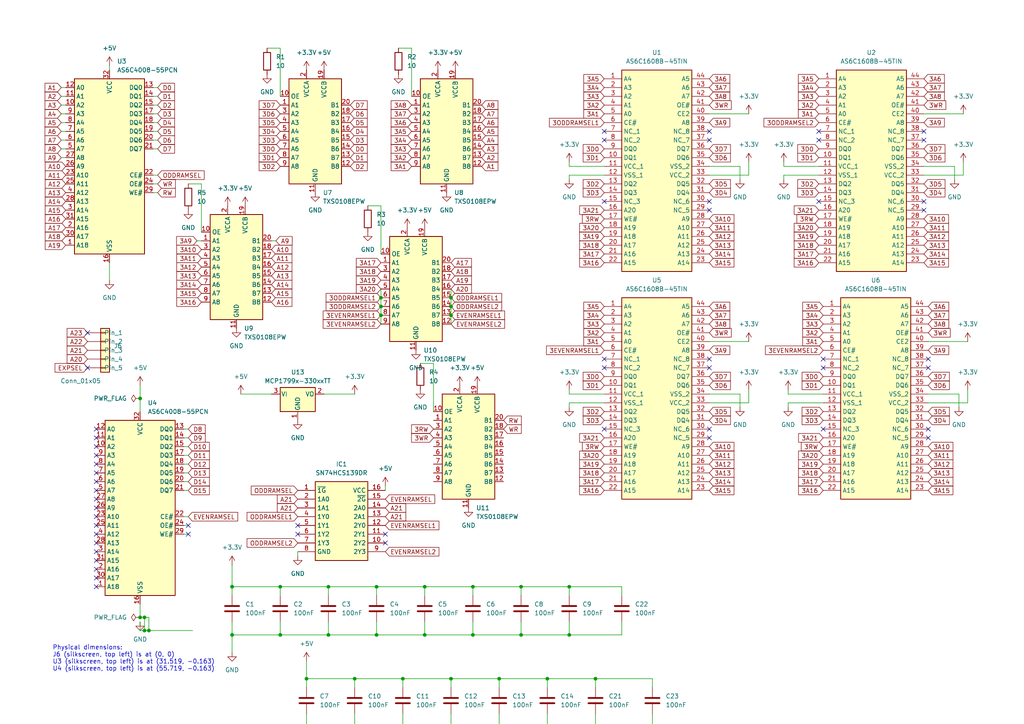
<source format=kicad_sch>
(kicad_sch (version 20250114) (generator "eeschema") (generator_version "9.0")
  (paper "A4")
  (text "Physical dimensions:\nJ6 (silkscreen, top left) is at (0, 0)\nU3 (silkscreen, top left) is at (31.519, -0.163)\nU4 (silkscreen, top left) is at (55.719, -0.163)" (at 15.24 194.818 0) (effects (font (size 1.27 1.27)) (justify left bottom)))
  (junction (at 95.25 170.18))
  (junction (at 123.19 184.15))
  (junction (at 116.84 196.85))
  (junction (at 165.1 184.15))
  (junction (at 109.22 184.15))
  (junction (at 137.16 184.15))
  (junction (at 81.28 184.15))
  (junction (at 137.16 170.18))
  (junction (at 162.56 236.22))
  (junction (at 120.65 222.25))
  (junction (at 176.53 236.22))
  (junction (at 102.87 196.85))
  (junction (at 102.87 210.82))
  (junction (at 165.1 170.18))
  (junction (at 120.65 236.22))
  (junction (at 130.81 86.36))
  (junction (at 67.31 170.18))
  (junction (at 144.78 210.82))
  (junction (at 130.81 210.82))
  (junction (at 148.59 222.25))
  (junction (at 116.84 210.82))
  (junction (at 40.64 115.57))
  (junction (at 130.81 91.44))
  (junction (at 148.59 236.22))
  (junction (at 110.49 91.44))
  (junction (at 130.81 196.85))
  (junction (at 172.72 196.85))
  (junction (at 158.75 210.82))
  (junction (at 134.62 236.22))
  (junction (at 176.53 222.25))
  (junction (at 151.13 184.15))
  (junction (at 134.62 222.25))
  (junction (at 81.28 170.18))
  (junction (at 158.75 196.85))
  (junction (at 88.9 210.82))
  (junction (at 41.91 179.07))
  (junction (at 43.18 182.88))
  (junction (at 123.19 170.18))
  (junction (at 40.64 179.07))
  (junction (at 151.13 170.18))
  (junction (at 95.25 184.15))
  (junction (at 172.72 210.82))
  (junction (at 88.9 196.85))
  (junction (at 41.91 182.88))
  (junction (at 144.78 196.85))
  (junction (at 130.81 88.9))
  (junction (at 110.49 88.9))
  (junction (at 67.31 184.15))
  (junction (at 109.22 170.18))
  (junction (at 110.49 86.36))
  (junction (at 162.56 222.25))
  (no_connect (at 27.94 124.46))
  (no_connect (at 269.24 104.14))
  (no_connect (at 27.94 152.4))
  (no_connect (at 205.74 58.42))
  (no_connect (at 238.76 104.14))
  (no_connect (at 27.94 142.24))
  (no_connect (at 205.74 104.14))
  (no_connect (at 86.36 152.4))
  (no_connect (at 27.94 170.18))
  (no_connect (at 237.49 38.1))
  (no_connect (at 86.36 154.94))
  (no_connect (at 111.76 157.48))
  (no_connect (at 27.94 144.78))
  (no_connect (at 175.26 40.64))
  (no_connect (at 267.97 58.42))
  (no_connect (at 27.94 149.86))
  (no_connect (at 205.74 106.68))
  (no_connect (at 27.94 165.1))
  (no_connect (at 54.61 152.4))
  (no_connect (at 27.94 129.54))
  (no_connect (at 175.26 58.42))
  (no_connect (at 27.94 157.48))
  (no_connect (at 269.24 106.68))
  (no_connect (at 175.26 106.68))
  (no_connect (at 238.76 106.68))
  (no_connect (at 237.49 58.42))
  (no_connect (at 269.24 124.46))
  (no_connect (at 175.26 124.46))
  (no_connect (at 269.24 127))
  (no_connect (at 111.76 154.94))
  (no_connect (at 175.26 38.1))
  (no_connect (at 267.97 38.1))
  (no_connect (at 54.61 154.94))
  (no_connect (at 237.49 40.64))
  (no_connect (at 267.97 60.96))
  (no_connect (at 205.74 38.1))
  (no_connect (at 175.26 104.14))
  (no_connect (at 25.4 96.52))
  (no_connect (at 27.94 132.08))
  (no_connect (at 27.94 154.94))
  (no_connect (at 205.74 124.46))
  (no_connect (at 27.94 147.32))
  (no_connect (at 25.4 106.68))
  (no_connect (at 27.94 167.64))
  (no_connect (at 205.74 60.96))
  (no_connect (at 27.94 127))
  (no_connect (at 27.94 137.16))
  (no_connect (at 27.94 162.56))
  (no_connect (at 267.97 40.64))
  (no_connect (at 205.74 40.64))
  (no_connect (at 27.94 160.02))
  (no_connect (at 27.94 139.7))
  (no_connect (at 27.94 134.62))
  (no_connect (at 238.76 124.46))
  (no_connect (at 205.74 127))
  (wire (pts (xy 45.72 53.34) (xy 44.45 53.34)))
  (wire (pts (xy 191.77 222.25) (xy 191.77 224.79)))
  (wire (pts (xy 148.59 236.22) (xy 162.56 236.22)))
  (wire (pts (xy 17.78 33.02) (xy 19.05 33.02)))
  (wire (pts (xy 81.28 180.34) (xy 81.28 184.15)))
  (wire (pts (xy 67.31 184.15) (xy 81.28 184.15)))
  (wire (pts (xy 45.72 30.48) (xy 44.45 30.48)))
  (wire (pts (xy 151.13 170.18) (xy 165.1 170.18)))
  (wire (pts (xy 44.45 27.94) (xy 45.72 27.94)))
  (wire (pts (xy 151.13 180.34) (xy 151.13 184.15)))
  (wire (pts (xy 110.49 83.82) (xy 110.49 86.36)))
  (wire (pts (xy 110.49 86.36) (xy 110.49 88.9)))
  (wire (pts (xy 116.84 196.85) (xy 116.84 199.39)))
  (wire (pts (xy 151.13 184.15) (xy 165.1 184.15)))
  (wire (pts (xy 162.56 222.25) (xy 176.53 222.25)))
  (wire (pts (xy 162.56 236.22) (xy 176.53 236.22)))
  (wire (pts (xy 102.87 210.82) (xy 116.84 210.82)))
  (wire (pts (xy 58.42 67.31) (xy 58.42 53.34)))
  (wire (pts (xy 54.61 139.7) (xy 53.34 139.7)))
  (wire (pts (xy 17.78 43.18) (xy 19.05 43.18)))
  (wire (pts (xy 134.62 236.22) (xy 148.59 236.22)))
  (wire (pts (xy 280.67 116.84) (xy 280.67 113.03)))
  (wire (pts (xy 41.91 179.07) (xy 41.91 182.88)))
  (wire (pts (xy 45.72 40.64) (xy 44.45 40.64)))
  (wire (pts (xy 227.33 50.8) (xy 227.33 52.07)))
  (wire (pts (xy 279.4 50.8) (xy 279.4 46.99)))
  (wire (pts (xy 123.19 170.18) (xy 123.19 172.72)))
  (wire (pts (xy 165.1 50.8) (xy 165.1 52.07)))
  (wire (pts (xy 109.22 180.34) (xy 109.22 184.15)))
  (wire (pts (xy 205.74 33.02) (xy 217.17 33.02)))
  (wire (pts (xy 31.75 19.05) (xy 31.75 20.32)))
  (wire (pts (xy 44.45 38.1) (xy 45.72 38.1)))
  (wire (pts (xy 158.75 196.85) (xy 172.72 196.85)))
  (wire (pts (xy 162.56 222.25) (xy 162.56 224.79)))
  (wire (pts (xy 165.1 116.84) (xy 165.1 118.11)))
  (wire (pts (xy 148.59 232.41) (xy 148.59 236.22)))
  (wire (pts (xy 116.84 210.82) (xy 130.81 210.82)))
  (wire (pts (xy 269.24 114.3) (xy 278.13 114.3)))
  (wire (pts (xy 120.65 222.25) (xy 120.65 224.79)))
  (wire (pts (xy 110.49 73.66) (xy 110.49 59.69)))
  (wire (pts (xy 165.1 114.3) (xy 175.26 114.3)))
  (wire (pts (xy 205.74 116.84) (xy 217.17 116.84)))
  (wire (pts (xy 54.61 154.94) (xy 53.34 154.94)))
  (wire (pts (xy -34.29 60.96) (xy -33.02 60.96)))
  (wire (pts (xy 165.1 170.18) (xy 165.1 172.72)))
  (wire (pts (xy 53.34 137.16) (xy 54.61 137.16)))
  (wire (pts (xy 111.76 140.97) (xy 111.76 142.24)))
  (wire (pts (xy 267.97 48.26) (xy 276.86 48.26)))
  (wire (pts (xy 123.19 184.15) (xy 137.16 184.15)))
  (wire (pts (xy 172.72 207.01) (xy 172.72 210.82)))
  (wire (pts (xy -33.02 43.18) (xy -33.02 29.21)))
  (wire (pts (xy 120.65 236.22) (xy 134.62 236.22)))
  (wire (pts (xy 53.34 132.08) (xy 54.61 132.08)))
  (wire (pts (xy 137.16 170.18) (xy 137.16 172.72)))
  (wire (pts (xy 41.91 179.07) (xy 43.18 179.07)))
  (wire (pts (xy 119.38 27.94) (xy 119.38 13.97)))
  (wire (pts (xy 109.22 170.18) (xy 123.19 170.18)))
  (wire (pts (xy 205.74 48.26) (xy 214.63 48.26)))
  (wire (pts (xy 81.28 13.97) (xy 77.47 13.97)))
  (wire (pts (xy 88.9 207.01) (xy 88.9 210.82)))
  (wire (pts (xy -12.7 63.5) (xy -11.43 63.5)))
  (wire (pts (xy 95.25 170.18) (xy 109.22 170.18)))
  (wire (pts (xy 162.56 232.41) (xy 162.56 236.22)))
  (wire (pts (xy 17.78 27.94) (xy 19.05 27.94)))
  (wire (pts (xy 172.72 210.82) (xy 189.23 210.82)))
  (wire (pts (xy 45.72 50.8) (xy 44.45 50.8)))
  (wire (pts (xy 137.16 180.34) (xy 137.16 184.15)))
  (wire (pts (xy 130.81 83.82) (xy 130.81 86.36)))
  (wire (pts (xy 214.63 114.3) (xy 214.63 118.11)))
  (wire (pts (xy 67.31 170.18) (xy 67.31 172.72)))
  (wire (pts (xy 125.73 119.38) (xy 125.73 105.41)))
  (wire (pts (xy 151.13 170.18) (xy 151.13 172.72)))
  (wire (pts (xy 40.64 115.57) (xy 40.64 119.38)))
  (wire (pts (xy 119.38 13.97) (xy 115.57 13.97)))
  (wire (pts (xy 172.72 196.85) (xy 172.72 199.39)))
  (wire (pts (xy 54.61 149.86) (xy 53.34 149.86)))
  (wire (pts (xy 67.31 163.83) (xy 67.31 170.18)))
  (wire (pts (xy 172.72 196.85) (xy 189.23 196.85)))
  (wire (pts (xy 134.62 222.25) (xy 148.59 222.25)))
  (wire (pts (xy 95.25 170.18) (xy 81.28 170.18)))
  (wire (pts (xy 267.97 50.8) (xy 279.4 50.8)))
  (wire (pts (xy 205.74 114.3) (xy 214.63 114.3)))
  (wire (pts (xy 67.31 170.18) (xy 81.28 170.18)))
  (wire (pts (xy 86.36 160.02) (xy 86.36 161.29)))
  (wire (pts (xy 130.81 86.36) (xy 130.81 88.9)))
  (wire (pts (xy 134.62 222.25) (xy 134.62 224.79)))
  (wire (pts (xy 165.1 48.26) (xy 175.26 48.26)))
  (wire (pts (xy 175.26 50.8) (xy 165.1 50.8)))
  (wire (pts (xy 44.45 43.18) (xy 45.72 43.18)))
  (wire (pts (xy 130.81 88.9) (xy 130.81 91.44)))
  (wire (pts (xy 88.9 196.85) (xy 102.87 196.85)))
  (wire (pts (xy 54.61 134.62) (xy 53.34 134.62)))
  (wire (pts (xy 81.28 170.18) (xy 81.28 172.72)))
  (wire (pts (xy 31.75 81.28) (xy 31.75 76.2)))
  (wire (pts (xy 130.81 91.44) (xy 130.81 93.98)))
  (wire (pts (xy 214.63 48.26) (xy 214.63 52.07)))
  (wire (pts (xy 54.61 124.46) (xy 53.34 124.46)))
  (wire (pts (xy 130.81 196.85) (xy 144.78 196.85)))
  (wire (pts (xy 45.72 35.56) (xy 44.45 35.56)))
  (wire (pts (xy 267.97 33.02) (xy 279.4 33.02)))
  (wire (pts (xy 158.75 210.82) (xy 172.72 210.82)))
  (wire (pts (xy 88.9 191.77) (xy 88.9 196.85)))
  (wire (pts (xy 110.49 91.44) (xy 110.49 93.98)))
  (wire (pts (xy 95.25 184.15) (xy 109.22 184.15)))
  (wire (pts (xy -33.02 29.21) (xy -36.83 29.21)))
  (wire (pts (xy 54.61 129.54) (xy 53.34 129.54)))
  (wire (pts (xy 102.87 196.85) (xy 116.84 196.85)))
  (wire (pts (xy 276.86 48.26) (xy 276.86 52.07)))
  (wire (pts (xy 158.75 196.85) (xy 158.75 199.39)))
  (wire (pts (xy 95.25 180.34) (xy 95.25 184.15)))
  (wire (pts (xy 88.9 210.82) (xy 88.9 215.9)))
  (wire (pts (xy 17.78 40.64) (xy 19.05 40.64)))
  (wire (pts (xy 95.25 170.18) (xy 95.25 172.72)))
  (wire (pts (xy 165.1 114.3) (xy 165.1 113.03)))
  (wire (pts (xy 17.78 30.48) (xy 19.05 30.48)))
  (wire (pts (xy 123.19 180.34) (xy 123.19 184.15)))
  (wire (pts (xy 130.81 207.01) (xy 130.81 210.82)))
  (wire (pts (xy 227.33 48.26) (xy 227.33 46.99)))
  (wire (pts (xy 176.53 222.25) (xy 176.53 224.79)))
  (wire (pts (xy 88.9 196.85) (xy 88.9 199.39)))
  (wire (pts (xy 58.42 53.34) (xy 54.61 53.34)))
  (wire (pts (xy 134.62 232.41) (xy 134.62 236.22)))
  (wire (pts (xy 17.78 45.72) (xy 19.05 45.72)))
  (wire (pts (xy 53.34 127) (xy 54.61 127)))
  (wire (pts (xy 102.87 196.85) (xy 102.87 199.39)))
  (wire (pts (xy 165.1 48.26) (xy 165.1 46.99)))
  (wire (pts (xy 41.91 182.88) (xy 43.18 182.88)))
  (wire (pts (xy 165.1 170.18) (xy 180.34 170.18)))
  (wire (pts (xy 93.98 114.3) (xy 102.87 114.3)))
  (wire (pts (xy 130.81 210.82) (xy 144.78 210.82)))
  (wire (pts (xy 67.31 184.15) (xy 67.31 189.23)))
  (wire (pts (xy 205.74 99.06) (xy 217.17 99.06)))
  (wire (pts (xy 217.17 50.8) (xy 217.17 46.99)))
  (wire (pts (xy 45.72 55.88) (xy 44.45 55.88)))
  (wire (pts (xy 191.77 232.41) (xy 191.77 236.22)))
  (wire (pts (xy 40.64 179.07) (xy 41.91 179.07)))
  (wire (pts (xy 180.34 170.18) (xy 180.34 172.72)))
  (wire (pts (xy 165.1 180.34) (xy 165.1 184.15)))
  (wire (pts (xy 109.22 184.15) (xy 123.19 184.15)))
  (wire (pts (xy 144.78 196.85) (xy 158.75 196.85)))
  (wire (pts (xy 144.78 207.01) (xy 144.78 210.82)))
  (wire (pts (xy 189.23 196.85) (xy 189.23 199.39)))
  (wire (pts (xy 57.15 69.85) (xy 58.42 69.85)))
  (wire (pts (xy 228.6 114.3) (xy 238.76 114.3)))
  (wire (pts (xy 120.65 222.25) (xy 134.62 222.25)))
  (wire (pts (xy 69.85 114.3) (xy 78.74 114.3)))
  (wire (pts (xy 176.53 236.22) (xy 191.77 236.22)))
  (wire (pts (xy 269.24 99.06) (xy 280.67 99.06)))
  (wire (pts (xy 137.16 170.18) (xy 151.13 170.18)))
  (wire (pts (xy 109.22 170.18) (xy 109.22 172.72)))
  (wire (pts (xy 278.13 114.3) (xy 278.13 118.11)))
  (wire (pts (xy 102.87 207.01) (xy 102.87 210.82)))
  (wire (pts (xy 17.78 35.56) (xy 19.05 35.56)))
  (wire (pts (xy 137.16 184.15) (xy 151.13 184.15)))
  (wire (pts (xy 144.78 196.85) (xy 144.78 199.39)))
  (wire (pts (xy 43.18 182.88) (xy 55.88 182.88)))
  (wire (pts (xy -34.29 63.5) (xy -33.02 63.5)))
  (wire (pts (xy 189.23 207.01) (xy 189.23 210.82)))
  (wire (pts (xy 40.64 182.88) (xy 41.91 182.88)))
  (wire (pts (xy 175.26 116.84) (xy 165.1 116.84)))
  (wire (pts (xy 116.84 196.85) (xy 130.81 196.85)))
  (wire (pts (xy 17.78 38.1) (xy 19.05 38.1)))
  (wire (pts (xy 67.31 180.34) (xy 67.31 184.15)))
  (wire (pts (xy 116.84 207.01) (xy 116.84 210.82)))
  (wire (pts (xy 40.64 180.34) (xy 40.64 182.88)))
  (wire (pts (xy 176.53 222.25) (xy 191.77 222.25)))
  (wire (pts (xy 237.49 50.8) (xy 227.33 50.8)))
  (wire (pts (xy 148.59 222.25) (xy 162.56 222.25)))
  (wire (pts (xy 78.74 69.85) (xy 80.01 69.85)))
  (wire (pts (xy 144.78 210.82) (xy 158.75 210.82)))
  (wire (pts (xy -12.7 60.96) (xy -11.43 60.96)))
  (wire (pts (xy 45.72 25.4) (xy 44.45 25.4)))
  (wire (pts (xy 40.64 111.76) (xy 40.64 115.57)))
  (wire (pts (xy 81.28 27.94) (xy 81.28 13.97)))
  (wire (pts (xy 158.75 207.01) (xy 158.75 210.82)))
  (wire (pts (xy 205.74 50.8) (xy 217.17 50.8)))
  (wire (pts (xy 269.24 116.84) (xy 280.67 116.84)))
  (wire (pts (xy 125.73 105.41) (xy 121.92 105.41)))
  (wire (pts (xy 238.76 116.84) (xy 228.6 116.84)))
  (wire (pts (xy 53.34 142.24) (xy 54.61 142.24)))
  (wire (pts (xy 180.34 180.34) (xy 180.34 184.15)))
  (wire (pts (xy 44.45 33.02) (xy 45.72 33.02)))
  (wire (pts (xy 148.59 222.25) (xy 148.59 224.79)))
  (wire (pts (xy 227.33 48.26) (xy 237.49 48.26)))
  (wire (pts (xy 110.49 59.69) (xy 106.68 59.69)))
  (wire (pts (xy 123.19 170.18) (xy 137.16 170.18)))
  (wire (pts (xy 176.53 232.41) (xy 176.53 236.22)))
  (wire (pts (xy 81.28 184.15) (xy 95.25 184.15)))
  (wire (pts (xy 228.6 116.84) (xy 228.6 118.11)))
  (wire (pts (xy 110.49 88.9) (xy 110.49 91.44)))
  (wire (pts (xy 17.78 25.4) (xy 19.05 25.4)))
  (wire (pts (xy 228.6 114.3) (xy 228.6 113.03)))
  (wire (pts (xy 54.61 152.4) (xy 53.34 152.4)))
  (wire (pts (xy 120.65 232.41) (xy 120.65 236.22)))
  (wire (pts (xy 180.34 184.15) (xy 165.1 184.15)))
  (wire (pts (xy 40.64 179.07) (xy 40.64 175.26)))
  (wire (pts (xy 43.18 179.07) (xy 43.18 182.88)))
  (wire (pts (xy 217.17 116.84) (xy 217.17 113.03)))
  (wire (pts (xy 130.81 196.85) (xy 130.81 199.39)))
  (wire (pts (xy 88.9 210.82) (xy 102.87 210.82)))
  (global_label "3A1" (shape input) (at 175.26 33.02 180) (property "Intersheetrefs" "${INTERSHEET_REFS}" (effects (hide yes))))
  (global_label "3A4" (shape input) (at 238.76 91.44 180) (property "Intersheetrefs" "${INTERSHEET_REFS}" (effects (hide yes))))
  (global_label "3A11" (shape input) (at 205.74 66.04 0) (property "Intersheetrefs" "${INTERSHEET_REFS}" (effects (hide yes))))
  (global_label "3A21" (shape input) (at 175.26 60.96 180) (property "Intersheetrefs" "${INTERSHEET_REFS}" (effects (hide yes))))
  (global_label "3A18" (shape input) (at 175.26 137.16 180) (property "Intersheetrefs" "${INTERSHEET_REFS}" (effects (hide yes))))
  (global_label "3A20" (shape input) (at 175.26 66.04 180) (property "Intersheetrefs" "${INTERSHEET_REFS}" (effects (hide yes))))
  (global_label "A3" (shape input) (at 17.78 30.48 180) (property "Intersheetrefs" "${INTERSHEET_REFS}" (effects (hide yes))))
  (global_label "3EVENRAMSEL2" (shape input) (at 110.49 93.98 180) (property "Intersheetrefs" "${INTERSHEET_REFS}" (effects (hide yes))))
  (global_label "3A15" (shape input) (at 267.97 76.2 0) (property "Intersheetrefs" "${INTERSHEET_REFS}" (effects (hide yes))))
  (global_label "3A1" (shape input) (at 119.38 48.26 180) (property "Intersheetrefs" "${INTERSHEET_REFS}" (effects (hide yes))))
  (global_label "3A5" (shape input) (at 237.49 22.86 180) (property "Intersheetrefs" "${INTERSHEET_REFS}" (effects (hide yes))))
  (global_label "3D3" (shape input) (at 175.26 121.92 180) (property "Intersheetrefs" "${INTERSHEET_REFS}" (effects (hide yes))))
  (global_label "D8" (shape input) (at -12.7 58.42 0) (property "Intersheetrefs" "${INTERSHEET_REFS}" (effects (hide yes))))
  (global_label "A18" (shape input) (at 130.81 78.74 0) (property "Intersheetrefs" "${INTERSHEET_REFS}" (effects (hide yes))))
  (global_label "A5" (shape input) (at 17.78 35.56 180) (property "Intersheetrefs" "${INTERSHEET_REFS}" (effects (hide yes))))
  (global_label "D3" (shape input) (at 45.72 33.02 0) (property "Intersheetrefs" "${INTERSHEET_REFS}" (effects (hide yes))))
  (global_label "A21" (shape input) (at 86.36 144.78 180) (property "Intersheetrefs" "${INTERSHEET_REFS}" (effects (hide yes))))
  (global_label "3D3" (shape input) (at 175.26 55.88 180) (property "Intersheetrefs" "${INTERSHEET_REFS}" (effects (hide yes))))
  (global_label "3D4" (shape input) (at 267.97 55.88 0) (property "Intersheetrefs" "${INTERSHEET_REFS}" (effects (hide yes))))
  (global_label "A17" (shape input) (at 19.05 66.04 180) (property "Intersheetrefs" "${INTERSHEET_REFS}" (effects (hide yes))))
  (global_label "ODDRAMSEL" (shape input) (at 86.36 142.24 180) (property "Intersheetrefs" "${INTERSHEET_REFS}" (effects (hide yes))))
  (global_label "A16" (shape input) (at 78.74 87.63 0) (property "Intersheetrefs" "${INTERSHEET_REFS}" (effects (hide yes))))
  (global_label "3A14" (shape input) (at 205.74 73.66 0) (property "Intersheetrefs" "${INTERSHEET_REFS}" (effects (hide yes))))
  (global_label "A10" (shape input) (at 19.05 48.26 180) (property "Intersheetrefs" "${INTERSHEET_REFS}" (effects (hide yes))))
  (global_label "D10" (shape input) (at -11.43 63.5 0) (property "Intersheetrefs" "${INTERSHEET_REFS}" (effects (hide yes))))
  (global_label "D7" (shape input) (at 101.6 30.48 0) (property "Intersheetrefs" "${INTERSHEET_REFS}" (effects (hide yes))))
  (global_label "3A14" (shape input) (at 58.42 82.55 180) (property "Intersheetrefs" "${INTERSHEET_REFS}" (effects (hide yes))))
  (global_label "3A2" (shape input) (at 237.49 30.48 180) (property "Intersheetrefs" "${INTERSHEET_REFS}" (effects (hide yes))))
  (global_label "3A9" (shape input) (at 205.74 101.6 0) (property "Intersheetrefs" "${INTERSHEET_REFS}" (effects (hide yes))))
  (global_label "EXPSEL" (shape input) (at 25.4 106.68 180) (property "Intersheetrefs" "${INTERSHEET_REFS}" (effects (hide yes))))
  (global_label "3A12" (shape input) (at 205.74 68.58 0) (property "Intersheetrefs" "${INTERSHEET_REFS}" (effects (hide yes))))
  (global_label "A19" (shape input) (at 130.81 81.28 0) (property "Intersheetrefs" "${INTERSHEET_REFS}" (effects (hide yes))))
  (global_label "EVENRAMSEL1" (shape input) (at 111.76 152.4 0) (property "Intersheetrefs" "${INTERSHEET_REFS}" (effects (hide yes))))
  (global_label "A16" (shape input) (at 19.05 63.5 180) (property "Intersheetrefs" "${INTERSHEET_REFS}" (effects (hide yes))))
  (global_label "3A16" (shape input) (at 175.26 76.2 180) (property "Intersheetrefs" "${INTERSHEET_REFS}" (effects (hide yes))))
  (global_label "A1" (shape input) (at 139.7 48.26 0) (property "Intersheetrefs" "${INTERSHEET_REFS}" (effects (hide yes))))
  (global_label "3A21" (shape input) (at 237.49 60.96 180) (property "Intersheetrefs" "${INTERSHEET_REFS}" (effects (hide yes))))
  (global_label "3D4" (shape input) (at 205.74 55.88 0) (property "Intersheetrefs" "${INTERSHEET_REFS}" (effects (hide yes))))
  (global_label "D9" (shape input) (at 54.61 127 0) (property "Intersheetrefs" "${INTERSHEET_REFS}" (effects (hide yes))))
  (global_label "A8" (shape input) (at 17.78 43.18 180) (property "Intersheetrefs" "${INTERSHEET_REFS}" (effects (hide yes))))
  (global_label "3D4" (shape input) (at 269.24 121.92 0) (property "Intersheetrefs" "${INTERSHEET_REFS}" (effects (hide yes))))
  (global_label "D3" (shape input) (at 101.6 40.64 0) (property "Intersheetrefs" "${INTERSHEET_REFS}" (effects (hide yes))))
  (global_label "A14" (shape input) (at 19.05 58.42 180) (property "Intersheetrefs" "${INTERSHEET_REFS}" (effects (hide yes))))
  (global_label "3A13" (shape input) (at 267.97 71.12 0) (property "Intersheetrefs" "${INTERSHEET_REFS}" (effects (hide yes))))
  (global_label "3A9" (shape input) (at 205.74 35.56 0) (property "Intersheetrefs" "${INTERSHEET_REFS}" (effects (hide yes))))
  (global_label "3A6" (shape input) (at 119.38 35.56 180) (property "Intersheetrefs" "${INTERSHEET_REFS}" (effects (hide yes))))
  (global_label "3D2" (shape input) (at 175.26 119.38 180) (property "Intersheetrefs" "${INTERSHEET_REFS}" (effects (hide yes))))
  (global_label "3D5" (shape input) (at 267.97 53.34 0) (property "Intersheetrefs" "${INTERSHEET_REFS}" (effects (hide yes))))
  (global_label "3A16" (shape input) (at 175.26 142.24 180) (property "Intersheetrefs" "${INTERSHEET_REFS}" (effects (hide yes))))
  (global_label "D12" (shape input) (at -12.7 53.34 0) (property "Intersheetrefs" "${INTERSHEET_REFS}" (effects (hide yes))))
  (global_label "3A8" (shape input) (at 119.38 30.48 180) (property "Intersheetrefs" "${INTERSHEET_REFS}" (effects (hide yes))))
  (global_label "3A19" (shape input) (at 175.26 68.58 180) (property "Intersheetrefs" "${INTERSHEET_REFS}" (effects (hide yes))))
  (global_label "3RW" (shape input) (at 175.26 129.54 180) (property "Intersheetrefs" "${INTERSHEET_REFS}" (effects (hide yes))))
  (global_label "3ODDRAMSEL1" (shape input) (at 175.26 35.56 180) (property "Intersheetrefs" "${INTERSHEET_REFS}" (effects (hide yes))))
  (global_label "3A12" (shape input) (at 58.42 77.47 180) (property "Intersheetrefs" "${INTERSHEET_REFS}" (effects (hide yes))))
  (global_label "3A13" (shape input) (at 205.74 71.12 0) (property "Intersheetrefs" "${INTERSHEET_REFS}" (effects (hide yes))))
  (global_label "3A1" (shape input) (at 238.76 99.06 180) (property "Intersheetrefs" "${INTERSHEET_REFS}" (effects (hide yes))))
  (global_label "3A15" (shape input) (at 205.74 76.2 0) (property "Intersheetrefs" "${INTERSHEET_REFS}" (effects (hide yes))))
  (global_label "3D11" (shape input) (at -33.02 55.88 180) (property "Intersheetrefs" "${INTERSHEET_REFS}" (effects (hide yes))))
  (global_label "3D1" (shape input) (at 175.26 111.76 180) (property "Intersheetrefs" "${INTERSHEET_REFS}" (effects (hide yes))))
  (global_label "3A10" (shape input) (at 267.97 63.5 0) (property "Intersheetrefs" "${INTERSHEET_REFS}" (effects (hide yes))))
  (global_label "3WR" (shape input) (at 125.73 127 180) (property "Intersheetrefs" "${INTERSHEET_REFS}" (effects (hide yes))))
  (global_label "3ODDRAMSEL2" (shape input) (at 237.49 35.56 180) (property "Intersheetrefs" "${INTERSHEET_REFS}" (effects (hide yes))))
  (global_label "D6" (shape input) (at 101.6 33.02 0) (property "Intersheetrefs" "${INTERSHEET_REFS}" (effects (hide yes))))
  (global_label "3A10" (shape input) (at 269.24 129.54 0) (property "Intersheetrefs" "${INTERSHEET_REFS}" (effects (hide yes))))
  (global_label "3A16" (shape input) (at 58.42 87.63 180) (property "Intersheetrefs" "${INTERSHEET_REFS}" (effects (hide yes))))
  (global_label "3A19" (shape input) (at 238.76 134.62 180) (property "Intersheetrefs" "${INTERSHEET_REFS}" (effects (hide yes))))
  (global_label "3A16" (shape input) (at 238.76 142.24 180) (property "Intersheetrefs" "${INTERSHEET_REFS}" (effects (hide yes))))
  (global_label "3A17" (shape input) (at 237.49 73.66 180) (property "Intersheetrefs" "${INTERSHEET_REFS}" (effects (hide yes))))
  (global_label "3A7" (shape input) (at 267.97 25.4 0) (property "Intersheetrefs" "${INTERSHEET_REFS}" (effects (hide yes))))
  (global_label "D13" (shape input) (at -12.7 50.8 0) (property "Intersheetrefs" "${INTERSHEET_REFS}" (effects (hide yes))))
  (global_label "3D5" (shape input) (at 205.74 119.38 0) (property "Intersheetrefs" "${INTERSHEET_REFS}" (effects (hide yes))))
  (global_label "D13" (shape input) (at 54.61 137.16 0) (property "Intersheetrefs" "${INTERSHEET_REFS}" (effects (hide yes))))
  (global_label "3D4" (shape input) (at 81.28 38.1 180) (property "Intersheetrefs" "${INTERSHEET_REFS}" (effects (hide yes))))
  (global_label "A7" (shape input) (at 17.78 40.64 180) (property "Intersheetrefs" "${INTERSHEET_REFS}" (effects (hide yes))))
  (global_label "D10" (shape input) (at 54.61 129.54 0) (property "Intersheetrefs" "${INTERSHEET_REFS}" (effects (hide yes))))
  (global_label "3A18" (shape input) (at 238.76 137.16 180) (property "Intersheetrefs" "${INTERSHEET_REFS}" (effects (hide yes))))
  (global_label "A6" (shape input) (at 139.7 35.56 0) (property "Intersheetrefs" "${INTERSHEET_REFS}" (effects (hide yes))))
  (global_label "A17" (shape input) (at 130.81 76.2 0) (property "Intersheetrefs" "${INTERSHEET_REFS}" (effects (hide yes))))
  (global_label "3D6" (shape input) (at 267.97 45.72 0) (property "Intersheetrefs" "${INTERSHEET_REFS}" (effects (hide yes))))
  (global_label "3A4" (shape input) (at 175.26 25.4 180) (property "Intersheetrefs" "${INTERSHEET_REFS}" (effects (hide yes))))
  (global_label "ODDRAMSEL2" (shape input) (at 130.81 88.9 0) (property "Intersheetrefs" "${INTERSHEET_REFS}" (effects (hide yes))))
  (global_label "A21" (shape input) (at 111.76 149.86 0) (property "Intersheetrefs" "${INTERSHEET_REFS}" (effects (hide yes))))
  (global_label "D7" (shape input) (at 45.72 43.18 0) (property "Intersheetrefs" "${INTERSHEET_REFS}" (effects (hide yes))))
  (global_label "3A13" (shape input) (at 269.24 137.16 0) (property "Intersheetrefs" "${INTERSHEET_REFS}" (effects (hide yes))))
  (global_label "3A1" (shape input) (at 237.49 33.02 180) (property "Intersheetrefs" "${INTERSHEET_REFS}" (effects (hide yes))))
  (global_label "3D4" (shape input) (at 205.74 121.92 0) (property "Intersheetrefs" "${INTERSHEET_REFS}" (effects (hide yes))))
  (global_label "3A15" (shape input) (at 205.74 142.24 0) (property "Intersheetrefs" "${INTERSHEET_REFS}" (effects (hide yes))))
  (global_label "3D7" (shape input) (at 205.74 109.22 0) (property "Intersheetrefs" "${INTERSHEET_REFS}" (effects (hide yes))))
  (global_label "ODDRAMSEL1" (shape input) (at 86.36 149.86 180) (property "Intersheetrefs" "${INTERSHEET_REFS}" (effects (hide yes))))
  (global_label "3EVENRAMSEL2" (shape input) (at 238.76 101.6 180) (property "Intersheetrefs" "${INTERSHEET_REFS}" (effects (hide yes))))
  (global_label "3A13" (shape input) (at 58.42 80.01 180) (property "Intersheetrefs" "${INTERSHEET_REFS}" (effects (hide yes))))
  (global_label "3D0" (shape input) (at 238.76 109.22 180) (property "Intersheetrefs" "${INTERSHEET_REFS}" (effects (hide yes))))
  (global_label "3A16" (shape input) (at 237.49 76.2 180) (property "Intersheetrefs" "${INTERSHEET_REFS}" (effects (hide yes))))
  (global_label "3A10" (shape input) (at 58.42 72.39 180) (property "Intersheetrefs" "${INTERSHEET_REFS}" (effects (hide yes))))
  (global_label "EVENRAMSEL" (shape input) (at 54.61 149.86 0) (property "Intersheetrefs" "${INTERSHEET_REFS}" (effects (hide yes))))
  (global_label "3A20" (shape input) (at 238.76 132.08 180) (property "Intersheetrefs" "${INTERSHEET_REFS}" (effects (hide yes))))
  (global_label "3WR" (shape input) (at 267.97 30.48 0) (property "Intersheetrefs" "${INTERSHEET_REFS}" (effects (hide yes))))
  (global_label "3A20" (shape input) (at 175.26 132.08 180) (property "Intersheetrefs" "${INTERSHEET_REFS}" (effects (hide yes))))
  (global_label "3D7" (shape input) (at 269.24 109.22 0) (property "Intersheetrefs" "${INTERSHEET_REFS}" (effects (hide yes))))
  (global_label "RW" (shape input) (at 45.72 55.88 0) (property "Intersheetrefs" "${INTERSHEET_REFS}" (effects (hide yes))))
  (global_label "EVENRAMSEL1" (shape input) (at 130.81 91.44 0) (property "Intersheetrefs" "${INTERSHEET_REFS}" (effects (hide yes))))
  (global_label "3D2" (shape input) (at 237.49 53.34 180) (property "Intersheetrefs" "${INTERSHEET_REFS}" (effects (hide yes))))
  (global_label "A2" (shape input) (at 17.78 27.94 180) (property "Intersheetrefs" "${INTERSHEET_REFS}" (effects (hide yes))))
  (global_label "EVENRAMSEL2" (shape input) (at 130.81 93.98 0) (property "Intersheetrefs" "${INTERSHEET_REFS}" (effects (hide yes))))
  (global_label "D0" (shape input) (at 45.72 25.4 0) (property "Intersheetrefs" "${INTERSHEET_REFS}" (effects (hide yes))))
  (global_label "3A19" (shape input) (at 237.49 68.58 180) (property "Intersheetrefs" "${INTERSHEET_REFS}" (effects (hide yes))))
  (global_label "3A5" (shape input) (at 175.26 88.9 180) (property "Intersheetrefs" "${INTERSHEET_REFS}" (effects (hide yes))))
  (global_label "3A18" (shape input) (at 110.49 78.74 180) (property "Intersheetrefs" "${INTERSHEET_REFS}" (effects (hide yes))))
  (global_label "3A2" (shape input) (at 238.76 96.52 180) (property "Intersheetrefs" "${INTERSHEET_REFS}" (effects (hide yes))))
  (global_label "3A3" (shape input) (at 119.38 43.18 180) (property "Intersheetrefs" "${INTERSHEET_REFS}" (effects (hide yes))))
  (global_label "A20" (shape input) (at 130.81 83.82 0) (property "Intersheetrefs" "${INTERSHEET_REFS}" (effects (hide yes))))
  (global_label "3A20" (shape input) (at 110.49 83.82 180) (property "Intersheetrefs" "${INTERSHEET_REFS}" (effects (hide yes))))
  (global_label "3A15" (shape input) (at 269.24 142.24 0) (property "Intersheetrefs" "${INTERSHEET_REFS}" (effects (hide yes))))
  (global_label "3A7" (shape input) (at 269.24 91.44 0) (property "Intersheetrefs" "${INTERSHEET_REFS}" (effects (hide yes))))
  (global_label "D1" (shape input) (at 101.6 45.72 0) (property "Intersheetrefs" "${INTERSHEET_REFS}" (effects (hide yes))))
  (global_label "3A17" (shape input) (at 175.26 139.7 180) (property "Intersheetrefs" "${INTERSHEET_REFS}" (effects (hide yes))))
  (global_label "3A8" (shape input) (at 205.74 27.94 0) (property "Intersheetrefs" "${INTERSHEET_REFS}" (effects (hide yes))))
  (global_label "ODDRAMSEL1" (shape input) (at 130.81 86.36 0) (property "Intersheetrefs" "${INTERSHEET_REFS}" (effects (hide yes))))
  (global_label "A15" (shape input) (at 19.05 60.96 180) (property "Intersheetrefs" "${INTERSHEET_REFS}" (effects (hide yes))))
  (global_label "3A6" (shape input) (at 205.74 22.86 0) (property "Intersheetrefs" "${INTERSHEET_REFS}" (effects (hide yes))))
  (global_label "A21" (shape input) (at 25.4 101.6 180) (property "Intersheetrefs" "${INTERSHEET_REFS}" (effects (hide yes))))
  (global_label "3D3" (shape input) (at 81.28 40.64 180) (property "Intersheetrefs" "${INTERSHEET_REFS}" (effects (hide yes))))
  (global_label "D8" (shape input) (at 54.61 124.46 0) (property "Intersheetrefs" "${INTERSHEET_REFS}" (effects (hide yes))))
  (global_label "3D10" (shape input) (at -34.29 63.5 180) (property "Intersheetrefs" "${INTERSHEET_REFS}" (effects (hide yes))))
  (global_label "A19" (shape input) (at 19.05 71.12 180) (property "Intersheetrefs" "${INTERSHEET_REFS}" (effects (hide yes))))
  (global_label "A10" (shape input) (at 78.74 72.39 0) (property "Intersheetrefs" "${INTERSHEET_REFS}" (effects (hide yes))))
  (global_label "A5" (shape input) (at 139.7 38.1 0) (property "Intersheetrefs" "${INTERSHEET_REFS}" (effects (hide yes))))
  (global_label "3RW" (shape input) (at 125.73 124.46 180) (property "Intersheetrefs" "${INTERSHEET_REFS}" (effects (hide yes))))
  (global_label "D5" (shape input) (at 101.6 35.56 0) (property "Intersheetrefs" "${INTERSHEET_REFS}" (effects (hide yes))))
  (global_label "3A8" (shape input) (at 205.74 93.98 0) (property "Intersheetrefs" "${INTERSHEET_REFS}" (effects (hide yes))))
  (global_label "A3" (shape input) (at 139.7 43.18 0) (property "Intersheetrefs" "${INTERSHEET_REFS}" (effects (hide yes))))
  (global_label "3A6" (shape input) (at 267.97 22.86 0) (property "Intersheetrefs" "${INTERSHEET_REFS}" (effects (hide yes))))
  (global_label "D4" (shape input) (at 101.6 38.1 0) (property "Intersheetrefs" "${INTERSHEET_REFS}" (effects (hide yes))))
  (global_label "A4" (shape input) (at 17.78 33.02 180) (property "Intersheetrefs" "${INTERSHEET_REFS}" (effects (hide yes))))
  (global_label "A6" (shape input) (at 17.78 38.1 180) (property "Intersheetrefs" "${INTERSHEET_REFS}" (effects (hide yes))))
  (global_label "3A20" (shape input) (at 237.49 66.04 180) (property "Intersheetrefs" "${INTERSHEET_REFS}" (effects (hide yes))))
  (global_label "3D15" (shape input) (at -33.02 45.72 180) (property "Intersheetrefs" "${INTERSHEET_REFS}" (effects (hide yes))))
  (global_label "A13" (shape input) (at 19.05 55.88 180) (property "Intersheetrefs" "${INTERSHEET_REFS}" (effects (hide yes))))
  (global_label "3D2" (shape input) (at 175.26 53.34 180) (property "Intersheetrefs" "${INTERSHEET_REFS}" (effects (hide yes))))
  (global_label "3A14" (shape input) (at 269.24 139.7 0) (property "Intersheetrefs" "${INTERSHEET_REFS}" (effects (hide yes))))
  (global_label "3D9" (shape input) (at -34.29 60.96 180) (property "Intersheetrefs" "${INTERSHEET_REFS}" (effects (hide yes))))
  (global_label "A18" (shape input) (at 19.05 68.58 180) (property "Intersheetrefs" "${INTERSHEET_REFS}" (effects (hide yes))))
  (global_label "A13" (shape input) (at 78.74 80.01 0) (property "Intersheetrefs" "${INTERSHEET_REFS}" (effects (hide yes))))
  (global_label "ODDRAMSEL" (shape input) (at 45.72 50.8 0) (property "Intersheetrefs" "${INTERSHEET_REFS}" (effects (hide yes))))
  (global_label "A21" (shape input) (at 111.76 147.32 0) (property "Intersheetrefs" "${INTERSHEET_REFS}" (effects (hide yes))))
  (global_label "3RW" (shape input) (at 237.49 63.5 180) (property "Intersheetrefs" "${INTERSHEET_REFS}" (effects (hide yes))))
  (global_label "3A5" (shape input) (at 175.26 22.86 180) (property "Intersheetrefs" "${INTERSHEET_REFS}" (effects (hide yes))))
  (global_label "3D6" (shape input) (at 81.28 33.02 180) (property "Intersheetrefs" "${INTERSHEET_REFS}" (effects (hide yes))))
  (global_label "3D12" (shape input) (at -33.02 53.34 180) (property "Intersheetrefs" "${INTERSHEET_REFS}" (effects (hide yes))))
  (global_label "3A2" (shape input) (at 119.38 45.72 180) (property "Intersheetrefs" "${INTERSHEET_REFS}" (effects (hide yes))))
  (global_label "3ODDRAMSEL1" (shape input) (at 110.49 86.36 180) (property "Intersheetrefs" "${INTERSHEET_REFS}" (effects (hide yes))))
  (global_label "3D7" (shape input) (at 81.28 30.48 180) (property "Intersheetrefs" "${INTERSHEET_REFS}" (effects (hide yes))))
  (global_label "3D7" (shape input) (at 205.74 43.18 0) (property "Intersheetrefs" "${INTERSHEET_REFS}" (effects (hide yes))))
  (global_label "A9" (shape input) (at 17.78 45.72 180) (property "Intersheetrefs" "${INTERSHEET_REFS}" (effects (hide yes))))
  (global_label "3A21" (shape input) (at 175.26 127 180) (property "Intersheetrefs" "${INTERSHEET_REFS}" (effects (hide yes))))
  (global_label "3A18" (shape input) (at 237.49 71.12 180) (property "Intersheetrefs" "${INTERSHEET_REFS}" (effects (hide yes))))
  (global_label "A21" (shape input) (at 86.36 147.32 180) (property "Intersheetrefs" "${INTERSHEET_REFS}" (effects (hide yes))))
  (global_label "D15" (shape input) (at 54.61 142.24 0) (property "Intersheetrefs" "${INTERSHEET_REFS}" (effects (hide yes))))
  (global_label "3A11" (shape input) (at 58.42 74.93 180) (property "Intersheetrefs" "${INTERSHEET_REFS}" (effects (hide yes))))
  (global_label "3D5" (shape input) (at 205.74 53.34 0) (property "Intersheetrefs" "${INTERSHEET_REFS}" (effects (hide yes))))
  (global_label "3RW" (shape input) (at 238.76 129.54 180) (property "Intersheetrefs" "${INTERSHEET_REFS}" (effects (hide yes))))
  (global_label "D5" (shape input) (at 45.72 38.1 0) (property "Intersheetrefs" "${INTERSHEET_REFS}" (effects (hide yes))))
  (global_label "3D6" (shape input) (at 205.74 111.76 0) (property "Intersheetrefs" "${INTERSHEET_REFS}" (effects (hide yes))))
  (global_label "3A17" (shape input) (at 175.26 73.66 180) (property "Intersheetrefs" "${INTERSHEET_REFS}" (effects (hide yes))))
  (global_label "A11" (shape input) (at 78.74 74.93 0) (property "Intersheetrefs" "${INTERSHEET_REFS}" (effects (hide yes))))
  (global_label "3A4" (shape input) (at 175.26 91.44 180) (property "Intersheetrefs" "${INTERSHEET_REFS}" (effects (hide yes))))
  (global_label "3D1" (shape input) (at 237.49 45.72 180) (property "Intersheetrefs" "${INTERSHEET_REFS}" (effects (hide yes))))
  (global_label "3D2" (shape input) (at 81.28 48.26 180) (property "Intersheetrefs" "${INTERSHEET_REFS}" (effects (hide yes))))
  (global_label "3A4" (shape input) (at 237.49 25.4 180) (property "Intersheetrefs" "${INTERSHEET_REFS}" (effects (hide yes))))
  (global_label "3A18" (shape input) (at 175.26 71.12 180) (property "Intersheetrefs" "${INTERSHEET_REFS}" (effects (hide yes))))
  (global_label "3A3" (shape input) (at 238.76 93.98 180) (property "Intersheetrefs" "${INTERSHEET_REFS}" (effects (hide yes))))
  (global_label "A12" (shape input) (at 78.74 77.47 0) (property "Intersheetrefs" "${INTERSHEET_REFS}" (effects (hide yes))))
  (global_label "3A12" (shape input) (at 267.97 68.58 0) (property "Intersheetrefs" "${INTERSHEET_REFS}" (effects (hide yes))))
  (global_label "3A5" (shape input) (at 119.38 38.1 180) (property "Intersheetrefs" "${INTERSHEET_REFS}" (effects (hide yes))))
  (global_label "WR" (shape input) (at 146.05 124.46 0) (property "Intersheetrefs" "${INTERSHEET_REFS}" (effects (hide yes))))
  (global_label "A20" (shape input) (at 25.4 104.14 180) (property "Intersheetrefs" "${INTERSHEET_REFS}" (effects (hide yes))))
  (global_label "3A21" (shape input) (at 238.76 127 180) (property "Intersheetrefs" "${INTERSHEET_REFS}" (effects (hide yes))))
  (global_label "D1" (shape input) (at 45.72 27.94 0) (property "Intersheetrefs" "${INTERSHEET_REFS}" (effects (hide yes))))
  (global_label "3A2" (shape input) (at 175.26 30.48 180) (property "Intersheetrefs" "${INTERSHEET_REFS}" (effects (hide yes))))
  (global_label "3A17" (shape input) (at 110.49 76.2 180) (property "Intersheetrefs" "${INTERSHEET_REFS}" (effects (hide yes))))
  (global_label "D0" (shape input) (at 101.6 43.18 0) (property "Intersheetrefs" "${INTERSHEET_REFS}" (effects (hide yes))))
  (global_label "3D1" (shape input) (at 81.28 45.72 180) (property "Intersheetrefs" "${INTERSHEET_REFS}" (effects (hide yes))))
  (global_label "3WR" (shape input) (at 269.24 96.52 0) (property "Intersheetrefs" "${INTERSHEET_REFS}" (effects (hide yes))))
  (global_label "3A17" (shape input) (at 238.76 139.7 180) (property "Intersheetrefs" "${INTERSHEET_REFS}" (effects (hide yes))))
  (global_label "3A8" (shape input) (at 267.97 27.94 0) (property "Intersheetrefs" "${INTERSHEET_REFS}" (effects (hide yes))))
  (global_label "3A7" (shape input) (at 205.74 91.44 0) (property "Intersheetrefs" "${INTERSHEET_REFS}" (effects (hide yes))))
  (global_label "A1" (shape input) (at 17.78 25.4 180) (property "Intersheetrefs" "${INTERSHEET_REFS}" (effects (hide yes))))
  (global_label "3EVENRAMSEL1" (shape input) (at 110.49 91.44 180) (property "Intersheetrefs" "${INTERSHEET_REFS}" (effects (hide yes))))
  (global_label "3A11" (shape input) (at 269.24 132.08 0) (property "Intersheetrefs" "${INTERSHEET_REFS}" (effects (hide yes))))
  (global_label "D15" (shape input) (at -12.7 45.72 0) (property "Intersheetrefs" "${INTERSHEET_REFS}" (effects (hide yes))))
  (global_label "3A19" (shape input) (at 175.26 134.62 180) (property "Intersheetrefs" "${INTERSHEET_REFS}" (effects (hide yes))))
  (global_label "3A10" (shape input) (at 205.74 63.5 0) (property "Intersheetrefs" "${INTERSHEET_REFS}" (effects (hide yes))))
  (global_label "3D0" (shape input) (at 237.49 43.18 180) (property "Intersheetrefs" "${INTERSHEET_REFS}" (effects (hide yes))))
  (global_label "3A9" (shape input) (at 269.24 101.6 0) (property "Intersheetrefs" "${INTERSHEET_REFS}" (effects (hide yes))))
  (global_label "3A4" (shape input) (at 119.38 40.64 180) (property "Intersheetrefs" "${INTERSHEET_REFS}" (effects (hide yes))))
  (global_label "ODDRAMSEL2" (shape input) (at 86.36 157.48 180) (property "Intersheetrefs" "${INTERSHEET_REFS}" (effects (hide yes))))
  (global_label "3D3" (shape input) (at 237.49 55.88 180) (property "Intersheetrefs" "${INTERSHEET_REFS}" (effects (hide yes))))
  (global_label "3A11" (shape input) (at 267.97 66.04 0) (property "Intersheetrefs" "${INTERSHEET_REFS}" (effects (hide yes))))
  (global_label "D6" (shape input) (at 45.72 40.64 0) (property "Intersheetrefs" "${INTERSHEET_REFS}" (effects (hide yes))))
  (global_label "A23" (shape input) (at 25.4 96.52 180) (property "Intersheetrefs" "${INTERSHEET_REFS}" (effects (hide yes))))
  (global_label "3D0" (shape input) (at 175.26 109.22 180) (property "Intersheetrefs" "${INTERSHEET_REFS}" (effects (hide yes))))
  (global_label "RW" (shape input) (at 146.05 121.92 0) (property "Intersheetrefs" "${INTERSHEET_REFS}" (effects (hide yes))))
  (global_label "3A12" (shape input) (at 205.74 134.62 0) (property "Intersheetrefs" "${INTERSHEET_REFS}" (effects (hide yes))))
  (global_label "3D13" (shape input) (at -33.02 50.8 180) (property "Intersheetrefs" "${INTERSHEET_REFS}" (effects (hide yes))))
  (global_label "3A10" (shape input) (at 205.74 129.54 0) (property "Intersheetrefs" "${INTERSHEET_REFS}" (effects (hide yes))))
  (global_label "3D7" (shape input) (at 267.97 43.18 0) (property "Intersheetrefs" "${INTERSHEET_REFS}" (effects (hide yes))))
  (global_label "D14" (shape input) (at 54.61 139.7 0) (property "Intersheetrefs" "${INTERSHEET_REFS}" (effects (hide yes))))
  (global_label "A8" (shape input) (at 139.7 30.48 0) (property "Intersheetrefs" "${INTERSHEET_REFS}" (effects (hide yes))))
  (global_label "3A14" (shape input) (at 267.97 73.66 0) (property "Intersheetrefs" "${INTERSHEET_REFS}" (effects (hide yes))))
  (global_label "D9" (shape input) (at -11.43 60.96 0) (property "Intersheetrefs" "${INTERSHEET_REFS}" (effects (hide yes))))
  (global_label "3A6" (shape input) (at 269.24 88.9 0) (property "Intersheetrefs" "${INTERSHEET_REFS}" (effects (hide yes))))
  (global_label "3EVENRAMSEL1" (shape input) (at 175.26 101.6 180) (property "Intersheetrefs" "${INTERSHEET_REFS}" (effects (hide yes))))
  (global_label "3WR" (shape input) (at 205.74 96.52 0) (property "Intersheetrefs" "${INTERSHEET_REFS}" (effects (hide yes))))
  (global_label "3A19" (shape input) (at 110.49 81.28 180) (property "Intersheetrefs" "${INTERSHEET_REFS}" (effects (hide yes))))
  (global_label "A22" (shape input) (at 25.4 99.06 180) (property "Intersheetrefs" "${INTERSHEET_REFS}" (effects (hide yes))))
  (global_label "3D6" (shape input) (at 205.74 45.72 0) (property "Intersheetrefs" "${INTERSHEET_REFS}" (effects (hide yes))))
  (global_label "D14" (shape input) (at -12.7 48.26 0) (property "Intersheetrefs" "${INTERSHEET_REFS}" (effects (hide yes))))
  (global_label "D2" (shape input) (at 101.6 48.26 0) (property "Intersheetrefs" "${INTERSHEET_REFS}" (effects (hide yes))))
  (global_label "D2" (shape input) (at 45.72 30.48 0) (property "Intersheetrefs" "${INTERSHEET_REFS}" (effects (hide yes))))
  (global_label "3A13" (shape input) (at 205.74 137.16 0) (property "Intersheetrefs" "${INTERSHEET_REFS}" (effects (hide yes))))
  (global_label "3RW" (shape input) (at 175.26 63.5 180) (property "Intersheetrefs" "${INTERSHEET_REFS}" (effects (hide yes))))
  (global_label "A15" (shape input) (at 78.74 85.09 0) (property "Intersheetrefs" "${INTERSHEET_REFS}" (effects (hide yes))))
  (global_label "A11" (shape input) (at 19.05 50.8 180) (property "Intersheetrefs" "${INTERSHEET_REFS}" (effects (hide yes))))
  (global_label "3D8" (shape input) (at -33.02 58.42 180) (property "Intersheetrefs" "${INTERSHEET_REFS}" (effects (hide yes))))
  (global_label "3A3" (shape input) (at 237.49 27.94 180) (property "Intersheetrefs" "${INTERSHEET_REFS}" (effects (hide yes))))
  (global_label "3A7" (shape input) (at 205.74 25.4 0) (property "Intersheetrefs" "${INTERSHEET_REFS}" (effects (hide yes))))
  (global_label "D11" (shape input) (at -12.7 55.88 0) (property "Intersheetrefs" "${INTERSHEET_REFS}" (effects (hide yes))))
  (global_label "3D5" (shape input) (at 81.28 35.56 180) (property "Intersheetrefs" "${INTERSHEET_REFS}" (effects (hide yes))))
  (global_label "3A3" (shape input) (at 175.26 93.98 180) (property "Intersheetrefs" "${INTERSHEET_REFS}" (effects (hide yes))))
  (global_label "3A7" (shape input) (at 119.38 33.02 180) (property "Intersheetrefs" "${INTERSHEET_REFS}" (effects (hide yes))))
  (global_label "3WR" (shape input) (at 205.74 30.48 0) (property "Intersheetrefs" "${INTERSHEET_REFS}" (effects (hide yes))))
  (global_label "3A12" (shape input) (at 269.24 134.62 0) (property "Intersheetrefs" "${INTERSHEET_REFS}" (effects (hide yes))))
  (global_label "3D5" (shape input) (at 269.24 119.38 0) (property "Intersheetrefs" "${INTERSHEET_REFS}" (effects (hide yes))))
  (global_label "A7" (shape input) (at 139.7 33.02 0) (property "Intersheetrefs" "${INTERSHEET_REFS}" (effects (hide yes))))
  (global_label "A12" (shape input) (at 19.05 53.34 180) (property "Intersheetrefs" "${INTERSHEET_REFS}" (effects (hide yes))))
  (global_label "3A6" (shape input) (at 205.74 88.9 0) (property "Intersheetrefs" "${INTERSHEET_REFS}" (effects (hide yes))))
  (global_label "3A3" (shape input) (at 175.26 27.94 180) (property "Intersheetrefs" "${INTERSHEET_REFS}" (effects (hide yes))))
  (global_label "3A8" (shape input) (at 269.24 93.98 0) (property "Intersheetrefs" "${INTERSHEET_REFS}" (effects (hide yes))))
  (global_label "3A11" (shape input) (at 205.74 132.08 0) (property "Intersheetrefs" "${INTERSHEET_REFS}" (effects (hide yes))))
  (global_label "3A9" (shape input) (at 267.97 35.56 0) (property "Intersheetrefs" "${INTERSHEET_REFS}" (effects (hide yes))))
  (global_label "A14" (shape input) (at 78.74 82.55 0) (property "Intersheetrefs" "${INTERSHEET_REFS}" (effects (hide yes))))
  (global_label "EVENRAMSEL2" (shape input) (at 111.76 160.02 0) (property "Intersheetrefs" "${INTERSHEET_REFS}" (effects (hide yes))))
  (global_label "3D2" (shape input) (at 238.76 119.38 180) (property "Intersheetrefs" "${INTERSHEET_REFS}" (effects (hide yes))))
  (global_label "3A1" (shape input) (at 175.26 99.06 180) (property "Intersheetrefs" "${INTERSHEET_REFS}" (effects (hide yes))))
  (global_label "A4" (shape input) (at 139.7 40.64 0) (property "Intersheetrefs" "${INTERSHEET_REFS}" (effects (hide yes))))
  (global_label "A2" (shape input) (at 139.7 45.72 0) (property "Intersheetrefs" "${INTERSHEET_REFS}" (effects (hide yes))))
  (global_label "WR" (shape input) (at 45.72 53.34 0) (property "Intersheetrefs" "${INTERSHEET_REFS}" (effects (hide yes))))
  (global_label "3A5" (shape input) (at 238.76 88.9 180) (property "Intersheetrefs" "${INTERSHEET_REFS}" (effects (hide yes))))
  (global_label "3A15" (shape input) (at 58.42 85.09 180) (property "Intersheetrefs" "${INTERSHEET_REFS}" (effects (hide yes))))
  (global_label "3D1" (shape input) (at 175.26 45.72 180) (property "Intersheetrefs" "${INTERSHEET_REFS}" (effects (hide yes))))
  (global_label "3D3" (shape input) (at 238.76 121.92 180) (property "Intersheetrefs" "${INTERSHEET_REFS}" (effects (hide yes))))
  (global_label "D4" (shape input) (at 45.72 35.56 0) (property "Intersheetrefs" "${INTERSHEET_REFS}" (effects (hide yes))))
  (global_label "3A2" (shape input) (at 175.26 96.52 180) (property "Intersheetrefs" "${INTERSHEET_REFS}" (effects (hide yes))))
  (global_label "3D0" (shape input) (at 81.28 43.18 180) (property "Intersheetrefs" "${INTERSHEET_REFS}" (effects (hide yes))))
  (global_label "3A9" (shape input) (at 57.15 69.85 180) (property "Intersheetrefs" "${INTERSHEET_REFS}" (effects (hide yes))))
  (global_label "A9" (shape input) (at 80.01 69.85 0) (property "Intersheetrefs" "${INTERSHEET_REFS}" (effects (hide yes))))
  (global_label "3A14" (shape input) (at 205.74 139.7 0) (property "Intersheetrefs" "${INTERSHEET_REFS}" (effects (hide yes))))
  (global_label "D12" (shape input) (at 54.61 134.62 0) (property "Intersheetrefs" "${INTERSHEET_REFS}" (effects (hide yes))))
  (global_label "3D1" (shape input) (at 238.76 111.76 180) (property "Intersheetrefs" "${INTERSHEET_REFS}" (effects (hide yes))))
  (global_label "D11" (shape input) (at 54.61 132.08 0) (property "Intersheetrefs" "${INTERSHEET_REFS}" (effects (hide yes))))
  (global_label "EVENRAMSEL" (shape input) (at 111.76 144.78 0) (property "Intersheetrefs" "${INTERSHEET_REFS}" (effects (hide yes))))
  (global_label "3ODDRAMSEL2" (shape input) (at 110.49 88.9 180) (property "Intersheetrefs" "${INTERSHEET_REFS}" (effects (hide yes))))
  (global_label "3D0" (shape input) (at 175.26 43.18 180) (property "Intersheetrefs" "${INTERSHEET_REFS}" (effects (hide yes))))
  (global_label "3D6" (shape input) (at 269.24 111.76 0) (property "Intersheetrefs" "${INTERSHEET_REFS}" (effects (hide yes))))
  (global_label "3D14" (shape input) (at -33.02 48.26 180) (property "Intersheetrefs" "${INTERSHEET_REFS}" (effects (hide yes))))
  (symbol (lib_id "Device:C") (at 180.34 176.53 0) (unit 1)
    (property "Reference" "C22" (at 184.15 175.26 0) (effects (justify left)))
    (property "Value" "100nF" (at 184.15 177.8 0) (effects (justify left)))
    (property "Footprint" "Capacitor_SMD:C_0805_2012Metric_Pad1.18x1.45mm_HandSolder" (effects (hide yes)))
  )
  (symbol (lib_id "Device:C") (at 134.62 228.6 0) (unit 1)
    (property "Reference" "C16" (at 138.43 227.33 0) (effects (justify left)))
    (property "Value" "100nF" (at 138.43 229.87 0) (effects (justify left)))
    (property "Footprint" "Capacitor_SMD:C_0805_2012Metric_Pad1.18x1.45mm_HandSolder" (effects (hide yes)))
  )
  (symbol (lib_id "power:GND") (at 214.63 118.11 0) (unit 1)
    (property "Reference" "#PWR021" (effects (hide yes)))
    (property "Value" "GND" (at 214.63 123.19 0))
  )
  (symbol (lib_id "power:GND") (at 165.1 52.07 0) (unit 1)
    (property "Reference" "#PWR015" (effects (hide yes)))
    (property "Value" "GND" (at 165.1 57.15 0))
  )
  (symbol (lib_id "power:+5V") (at 69.85 114.3 0) (unit 1)
    (property "Reference" "#PWR058" (effects (hide yes)))
    (property "Value" "+5V" (at 69.85 109.22 0))
  )
  (symbol (lib_id "Device:C") (at 95.25 176.53 0) (unit 1)
    (property "Reference" "C3" (at 99.06 175.26 0) (effects (justify left)))
    (property "Value" "100nF" (at 99.06 177.8 0) (effects (justify left)))
    (property "Footprint" "Capacitor_SMD:C_0805_2012Metric_Pad1.18x1.45mm_HandSolder" (effects (hide yes)))
  )
  (symbol (lib_id "power:GND") (at -22.86 71.12 0) (unit 1)
    (property "Reference" "#PWR055" (effects (hide yes)))
    (property "Value" "GND" (at -22.86 76.2 0))
  )
  (symbol (lib_id "MOUSER3:SN74HCS139DR") (at 86.36 142.24 0) (unit 1)
    (property "Reference" "IC1" (at 99.06 134.62 0))
    (property "Value" "SN74HCS139DR" (at 99.06 137.16 0))
    (property "Footprint" "Package_SO:SOIC-16_3.9x9.9mm_P1.27mm" (effects (hide yes)))
    (property "Height" "1.75" (effects (hide yes)))
    (property "Mouser Part Number" "595-SN74HCS139DR" (effects (hide yes)))
    (property "Mouser Price/Stock" "https://www.mouser.co.uk/ProductDetail/Texas-Instruments/SN74HCS139DR?qs=81r%252BiQLm7BShVEKROfl4sw%3D%3D" (effects (hide yes)))
    (property "Manufacturer_Name" "Texas Instruments" (effects (hide yes)))
    (property "Manufacturer_Part_Number" "SN74HCS139DR" (effects (hide yes)))
  )
  (symbol (lib_id "power:GND") (at 115.57 21.59 0) (unit 1)
    (property "Reference" "#PWR047" (effects (hide yes)))
    (property "Value" "GND" (at 115.57 26.67 0))
  )
  (symbol (lib_id "Device:C") (at 81.28 176.53 0) (unit 1)
    (property "Reference" "C2" (at 85.09 175.26 0) (effects (justify left)))
    (property "Value" "100nF" (at 85.09 177.8 0) (effects (justify left)))
    (property "Footprint" "Capacitor_SMD:C_0805_2012Metric_Pad1.18x1.45mm_HandSolder" (effects (hide yes)))
  )
  (symbol (lib_id "Device:C") (at 151.13 176.53 0) (unit 1)
    (property "Reference" "C8" (at 154.94 175.26 0) (effects (justify left)))
    (property "Value" "100nF" (at 154.94 177.8 0) (effects (justify left)))
    (property "Footprint" "Capacitor_SMD:C_0805_2012Metric_Pad1.18x1.45mm_HandSolder" (effects (hide yes)))
  )
  (symbol (lib_id "Device:C") (at 165.1 176.53 0) (unit 1)
    (property "Reference" "C9" (at 168.91 175.26 0) (effects (justify left)))
    (property "Value" "100nF" (at 168.91 177.8 0) (effects (justify left)))
    (property "Footprint" "Capacitor_SMD:C_0805_2012Metric_Pad1.18x1.45mm_HandSolder" (effects (hide yes)))
  )
  (symbol (lib_id "Device:C") (at 137.16 176.53 0) (unit 1)
    (property "Reference" "C6" (at 140.97 175.26 0) (effects (justify left)))
    (property "Value" "100nF" (at 140.97 177.8 0) (effects (justify left)))
    (property "Footprint" "Capacitor_SMD:C_0805_2012Metric_Pad1.18x1.45mm_HandSolder" (effects (hide yes)))
  )
  (symbol (lib_id "power:GND") (at 214.63 52.07 0) (unit 1)
    (property "Reference" "#PWR05" (effects (hide yes)))
    (property "Value" "GND" (at 214.63 57.15 0))
  )
  (symbol (lib_name "AS6C8008-55ZIN_1") (lib_id "AS6C8008-55ZIN:AS6C8008-55ZIN") (at 237.49 22.86 0) (unit 1)
    (property "Reference" "U2" (at 252.73 15.24 0))
    (property "Value" "AS6C1608B-45TIN" (at 252.73 17.78 0))
    (property "Footprint" "Package_SO:TSOP-II-44_10.16x18.41mm_P0.8mm" (effects (hide yes)))
    (property "Datasheet" "https://www.alliancememory.com/wp-content/uploads/pdf/AS6C1608B.pdf" (effects (hide yes)))
    (property "Height" "1.2" (effects (hide yes)))
    (property "Manufacturer_Name" "Alliance Memory" (effects (hide yes)))
    (property "Manufacturer_Part_Number" "AS6C1608B-45TIN" (effects (hide yes)))
    (property "Mouser Part Number" "913-AS6C1608B-45TIN" (effects (hide yes)))
    (property "Mouser Price/Stock" "https://www.mouser.ca/ProductDetail/Alliance-Memory/AS6C1608B-45TIN" (effects (hide yes)))
  )
  (symbol (lib_id "power:+3.3V") (at 217.17 46.99 0) (unit 1)
    (property "Reference" "#PWR012" (effects (hide yes)))
    (property "Value" "+3.3V" (at 217.17 41.91 0))
    (property "Description" "Power symbol creates a global label with name \"+3.3V\"" (effects (hide yes)))
  )
  (symbol (lib_id "power:+3.3V") (at 227.33 46.99 0) (unit 1)
    (property "Reference" "#PWR08" (effects (hide yes)))
    (property "Value" "+3.3V" (at 227.33 41.91 0))
    (property "Description" "Power symbol creates a global label with name \"+3.3V\"" (effects (hide yes)))
  )
  (symbol (lib_id "Logic_LevelTranslator:TXS0108EPW") (at -22.86 53.34 0) (unit 1)
    (property "Reference" "U12" (at -20.6659 71.12 0) (effects (justify left)))
    (property "Value" "TXS0108EPW" (at -20.6659 73.66 0) (effects (justify left)))
    (property "Footprint" "Package_SO:TSSOP-20_4.4x6.5mm_P0.65mm" (effects (hide yes)))
    (property "Datasheet" "www.ti.com/lit/ds/symlink/txs0108e.pdf" (effects (hide yes)))
    (property "Description" "Bidirectional  level-shifting voltage translator, TSSOP-20" (effects (hide yes)))
  )
  (symbol (lib_name "AS6C8008-55ZIN_1") (lib_id "AS6C8008-55ZIN:AS6C8008-55ZIN") (at 175.26 88.9 0) (unit 1)
    (property "Reference" "U5" (at 190.5 81.28 0))
    (property "Value" "AS6C1608B-45TIN" (at 190.5 83.82 0))
    (property "Footprint" "Package_SO:TSOP-II-44_10.16x18.41mm_P0.8mm" (effects (hide yes)))
    (property "Datasheet" "https://www.alliancememory.com/wp-content/uploads/pdf/AS6C1608B.pdf" (effects (hide yes)))
    (property "Height" "1.2" (effects (hide yes)))
    (property "Manufacturer_Name" "Alliance Memory" (effects (hide yes)))
    (property "Manufacturer_Part_Number" "AS6C1608B-45TIN" (effects (hide yes)))
    (property "Mouser Part Number" "913-AS6C1608B-45TIN" (effects (hide yes)))
    (property "Mouser Price/Stock" "https://www.mouser.ca/ProductDetail/Alliance-Memory/AS6C1608B-45TIN" (effects (hide yes)))
  )
  (symbol (lib_id "Device:C") (at 162.56 228.6 0) (unit 1)
    (property "Reference" "C18" (at 166.37 227.33 0) (effects (justify left)))
    (property "Value" "100nF" (at 166.37 229.87 0) (effects (justify left)))
    (property "Footprint" "Capacitor_SMD:C_0805_2012Metric_Pad1.18x1.45mm_HandSolder" (effects (hide yes)))
  )
  (symbol (lib_id "power:+3.3V") (at 67.31 163.83 0) (unit 1)
    (property "Reference" "#PWR06" (effects (hide yes)))
    (property "Value" "+3.3V" (at 67.31 158.75 0))
    (property "Description" "Power symbol creates a global label with name \"+3.3V\"" (effects (hide yes)))
  )
  (symbol (lib_id "power:GND") (at 91.44 55.88 0) (unit 1)
    (property "Reference" "#PWR033" (effects (hide yes)))
    (property "Value" "GND" (at 91.44 60.96 0))
  )
  (symbol (lib_id "Device:C") (at 116.84 203.2 0) (unit 1)
    (property "Reference" "C11" (at 120.65 201.93 0) (effects (justify left)))
    (property "Value" "100nF" (at 120.65 204.47 0) (effects (justify left)))
    (property "Footprint" "Capacitor_SMD:C_0805_2012Metric_Pad1.18x1.45mm_HandSolder" (effects (hide yes)))
  )
  (symbol (lib_id "power:+5V") (at 111.76 140.97 0) (unit 1)
    (property "Reference" "#PWR013" (effects (hide yes)))
    (property "Value" "+5V" (at 111.76 135.89 0))
  )
  (symbol (lib_id "power:+5V") (at 88.9 191.77 0) (unit 1)
    (property "Reference" "#PWR029" (effects (hide yes)))
    (property "Value" "+5V" (at 88.9 186.69 0))
  )
  (symbol (lib_id "power:+5V") (at 93.98 20.32 0) (unit 1)
    (property "Reference" "#PWR031" (effects (hide yes)))
    (property "Value" "+5V" (at 93.98 15.24 0))
  )
  (symbol (lib_id "power:+3.3V") (at 279.4 46.99 0) (unit 1)
    (property "Reference" "#PWR018" (effects (hide yes)))
    (property "Value" "+3.3V" (at 279.4 41.91 0))
    (property "Description" "Power symbol creates a global label with name \"+3.3V\"" (effects (hide yes)))
  )
  (symbol (lib_id "Logic_LevelTranslator:TXS0108EPW") (at 68.58 77.47 0) (unit 1)
    (property "Reference" "U9" (at 70.7741 95.25 0) (effects (justify left)))
    (property "Value" "TXS0108EPW" (at 70.7741 97.79 0) (effects (justify left)))
    (property "Footprint" "Package_SO:TSSOP-20_4.4x6.5mm_P0.65mm" (effects (hide yes)))
    (property "Datasheet" "www.ti.com/lit/ds/symlink/txs0108e.pdf" (effects (hide yes)))
    (property "Description" "Bidirectional  level-shifting voltage translator, TSSOP-20" (effects (hide yes)))
  )
  (symbol (lib_id "Memory_RAM:AS6C4008-55PCN") (at 40.64 147.32 0) (unit 1)
    (property "Reference" "U4" (at 42.8341 116.84 0) (effects (justify left)))
    (property "Value" "AS6C4008-55PCN" (at 42.8341 119.38 0) (effects (justify left)))
    (property "Footprint" "Package_DIP:DIP-32_W15.24mm" (effects (hide yes)))
    (property "Datasheet" "https://www.alliancememory.com/wp-content/uploads/pdf/AS6C4008.pdf" (effects (hide yes)))
  )
  (symbol (lib_id "Device:C") (at 130.81 203.2 0) (unit 1)
    (property "Reference" "C12" (at 134.62 201.93 0) (effects (justify left)))
    (property "Value" "100nF" (at 134.62 204.47 0) (effects (justify left)))
    (property "Footprint" "Capacitor_SMD:C_0805_2012Metric_Pad1.18x1.45mm_HandSolder" (effects (hide yes)))
  )
  (symbol (lib_id "power:+3.3V") (at 66.04 59.69 0) (unit 1)
    (property "Reference" "#PWR037" (effects (hide yes)))
    (property "Value" "+3.3V" (at 66.04 54.61 0))
    (property "Description" "Power symbol creates a global label with name \"+3.3V\"" (effects (hide yes)))
  )
  (symbol (lib_id "Device:C") (at 109.22 176.53 0) (unit 1)
    (property "Reference" "C4" (at 113.03 175.26 0) (effects (justify left)))
    (property "Value" "100nF" (at 113.03 177.8 0) (effects (justify left)))
    (property "Footprint" "Capacitor_SMD:C_0805_2012Metric_Pad1.18x1.45mm_HandSolder" (effects (hide yes)))
  )
  (symbol (lib_id "Logic_LevelTranslator:TXS0108EPW") (at 120.65 83.82 0) (unit 1)
    (property "Reference" "U10" (at 122.8441 101.6 0) (effects (justify left)))
    (property "Value" "TXS0108EPW" (at 122.8441 104.14 0) (effects (justify left)))
    (property "Footprint" "Package_SO:TSSOP-20_4.4x6.5mm_P0.65mm" (effects (hide yes)))
    (property "Datasheet" "www.ti.com/lit/ds/symlink/txs0108e.pdf" (effects (hide yes)))
    (property "Description" "Bidirectional  level-shifting voltage translator, TSSOP-20" (effects (hide yes)))
  )
  (symbol (lib_id "Logic_LevelTranslator:TXS0108EPW") (at 135.89 129.54 0) (unit 1)
    (property "Reference" "U11" (at 138.0841 147.32 0) (effects (justify left)))
    (property "Value" "TXS0108EPW" (at 138.0841 149.86 0) (effects (justify left)))
    (property "Footprint" "Package_SO:TSSOP-20_4.4x6.5mm_P0.65mm" (effects (hide yes)))
    (property "Datasheet" "www.ti.com/lit/ds/symlink/txs0108e.pdf" (effects (hide yes)))
    (property "Description" "Bidirectional  level-shifting voltage translator, TSSOP-20" (effects (hide yes)))
  )
  (symbol (lib_id "power:+3.3V") (at 228.6 113.03 0) (unit 1)
    (property "Reference" "#PWR024" (effects (hide yes)))
    (property "Value" "+3.3V" (at 228.6 107.95 0))
    (property "Description" "Power symbol creates a global label with name \"+3.3V\"" (effects (hide yes)))
  )
  (symbol (lib_id "power:GND") (at 88.9 215.9 0) (unit 1)
    (property "Reference" "#PWR030" (effects (hide yes)))
    (property "Value" "GND" (at 88.9 220.98 0))
  )
  (symbol (lib_id "Logic_LevelTranslator:TXS0108EPW") (at 91.44 38.1 0) (unit 1)
    (property "Reference" "U7" (at 93.6341 55.88 0) (effects (justify left)))
    (property "Value" "TXS0108EPW" (at 93.6341 58.42 0) (effects (justify left)))
    (property "Footprint" "Package_SO:TSSOP-20_4.4x6.5mm_P0.65mm" (effects (hide yes)))
    (property "Datasheet" "www.ti.com/lit/ds/symlink/txs0108e.pdf" (effects (hide yes)))
    (property "Description" "Bidirectional  level-shifting voltage translator, TSSOP-20" (effects (hide yes)))
  )
  (symbol (lib_id "power:+5V") (at -20.32 35.56 0) (unit 1)
    (property "Reference" "#PWR056" (effects (hide yes)))
    (property "Value" "+5V" (at -20.32 30.48 0))
  )
  (symbol (lib_id "Device:C") (at 176.53 228.6 0) (unit 1)
    (property "Reference" "C19" (at 180.34 227.33 0) (effects (justify left)))
    (property "Value" "100nF" (at 180.34 229.87 0) (effects (justify left)))
    (property "Footprint" "Capacitor_SMD:C_0805_2012Metric_Pad1.18x1.45mm_HandSolder" (effects (hide yes)))
  )
  (symbol (lib_id "power:+3.3V") (at 133.35 111.76 0) (unit 1)
    (property "Reference" "#PWR043" (effects (hide yes)))
    (property "Value" "+3.3V" (at 133.35 106.68 0))
    (property "Description" "Power symbol creates a global label with name \"+3.3V\"" (effects (hide yes)))
  )
  (symbol (lib_id "Device:R") (at -36.83 33.02 0) (unit 1)
    (property "Reference" "R6" (at -34.29 31.7499 0) (effects (justify left)))
    (property "Value" "10" (at -34.29 34.2899 0) (effects (justify left)))
    (property "Footprint" "Resistor_SMD:R_0805_2012Metric_Pad1.20x1.40mm_HandSolder" (effects (hide yes)))
    (property "Description" "Resistor" (effects (hide yes)))
  )
  (symbol (lib_name "AS6C8008-55ZIN_1") (lib_id "AS6C8008-55ZIN:AS6C8008-55ZIN") (at 175.26 22.86 0) (unit 1)
    (property "Reference" "U1" (at 190.5 15.24 0))
    (property "Value" "AS6C1608B-45TIN" (at 190.5 17.78 0))
    (property "Footprint" "Package_SO:TSOP-II-44_10.16x18.41mm_P0.8mm" (effects (hide yes)))
    (property "Datasheet" "https://www.alliancememory.com/wp-content/uploads/pdf/AS6C1608B.pdf" (effects (hide yes)))
    (property "Height" "1.2" (effects (hide yes)))
    (property "Manufacturer_Name" "Alliance Memory" (effects (hide yes)))
    (property "Manufacturer_Part_Number" "AS6C1608B-45TIN" (effects (hide yes)))
    (property "Mouser Part Number" "913-AS6C1608B-45TIN" (effects (hide yes)))
    (property "Mouser Price/Stock" "https://www.mouser.ca/ProductDetail/Alliance-Memory/AS6C1608B-45TIN" (effects (hide yes)))
  )
  (symbol (lib_id "power:PWR_FLAG") (at 40.64 179.07 90) (unit 1)
    (property "Reference" "#FLG01" (effects (hide yes)))
    (property "Value" "PWR_FLAG" (at 36.83 179.07 90) (effects (justify left)))
  )
  (symbol (lib_id "power:GND") (at 129.54 55.88 0) (unit 1)
    (property "Reference" "#PWR035" (effects (hide yes)))
    (property "Value" "GND" (at 129.54 60.96 0))
  )
  (symbol (lib_id "power:+3.3V") (at 165.1 113.03 0) (unit 1)
    (property "Reference" "#PWR019" (effects (hide yes)))
    (property "Value" "+3.3V" (at 165.1 107.95 0))
    (property "Description" "Power symbol creates a global label with name \"+3.3V\"" (effects (hide yes)))
  )
  (symbol (lib_id "power:+5V") (at 40.64 111.76 0) (unit 1)
    (property "Reference" "#PWR03" (effects (hide yes)))
    (property "Value" "+5V" (at 40.64 106.68 0))
  )
  (symbol (lib_id "power:GND") (at 120.65 236.22 0) (unit 1)
    (property "Reference" "#PWR051" (effects (hide yes)))
    (property "Value" "GND" (at 120.65 241.3 0))
  )
  (symbol (lib_id "Device:C") (at 172.72 203.2 0) (unit 1)
    (property "Reference" "C21" (at 176.53 201.93 0) (effects (justify left)))
    (property "Value" "100nF" (at 176.53 204.47 0) (effects (justify left)))
    (property "Footprint" "Capacitor_SMD:C_0805_2012Metric_Pad1.18x1.45mm_HandSolder" (effects (hide yes)))
  )
  (symbol (lib_id "Device:R") (at 121.92 109.22 0) (unit 1)
    (property "Reference" "R4" (at 124.46 107.9499 0) (effects (justify left)))
    (property "Value" "10" (at 124.46 110.4899 0) (effects (justify left)))
    (property "Footprint" "Resistor_SMD:R_0805_2012Metric_Pad1.20x1.40mm_HandSolder" (effects (hide yes)))
    (property "Description" "Resistor" (effects (hide yes)))
  )
  (symbol (lib_id "power:GND") (at 86.36 121.92 0) (unit 1)
    (property "Reference" "#PWR057" (effects (hide yes)))
    (property "Value" "GND" (at 86.36 127 0))
  )
  (symbol (lib_id "power:+3.3V") (at 217.17 113.03 0) (unit 1)
    (property "Reference" "#PWR023" (effects (hide yes)))
    (property "Value" "+3.3V" (at 217.17 107.95 0))
    (property "Description" "Power symbol creates a global label with name \"+3.3V\"" (effects (hide yes)))
  )
  (symbol (lib_id "power:GND") (at 40.64 180.34 0) (unit 1)
    (property "Reference" "#PWR04" (effects (hide yes)))
    (property "Value" "GND" (at 40.64 185.42 0))
  )
  (symbol (lib_id "power:+3.3V") (at 88.9 20.32 0) (unit 1)
    (property "Reference" "#PWR032" (effects (hide yes)))
    (property "Value" "+3.3V" (at 88.9 15.24 0))
    (property "Description" "Power symbol creates a global label with name \"+3.3V\"" (effects (hide yes)))
  )
  (symbol (lib_id "power:GND") (at 227.33 52.07 0) (unit 1)
    (property "Reference" "#PWR09" (effects (hide yes)))
    (property "Value" "GND" (at 227.33 57.15 0))
  )
  (symbol (lib_id "power:GND") (at -36.83 36.83 0) (unit 1)
    (property "Reference" "#PWR053" (effects (hide yes)))
    (property "Value" "GND" (at -36.83 41.91 0))
  )
  (symbol (lib_id "power:GND") (at 165.1 118.11 0) (unit 1)
    (property "Reference" "#PWR020" (effects (hide yes)))
    (property "Value" "GND" (at 165.1 123.19 0))
  )
  (symbol (lib_id "Memory_RAM:AS6C4008-55PCN") (at 31.75 48.26 0) (unit 1)
    (property "Reference" "U3" (at 33.9441 17.78 0) (effects (justify left)))
    (property "Value" "AS6C4008-55PCN" (at 33.9441 20.32 0) (effects (justify left)))
    (property "Footprint" "Package_DIP:DIP-32_W15.24mm" (effects (hide yes)))
    (property "Datasheet" "https://www.alliancememory.com/wp-content/uploads/pdf/AS6C4008.pdf" (effects (hide yes)))
  )
  (symbol (lib_id "power:PWR_FLAG") (at 40.64 115.57 90) (unit 1)
    (property "Reference" "#FLG02" (effects (hide yes)))
    (property "Value" "PWR_FLAG" (at 36.83 115.57 90) (effects (justify left)))
  )
  (symbol (lib_id "power:+3.3V") (at 217.17 33.02 0) (unit 1)
    (property "Reference" "#PWR010" (effects (hide yes)))
    (property "Value" "+3.3V" (at 217.17 27.94 0))
    (property "Description" "Power symbol creates a global label with name \"+3.3V\"" (effects (hide yes)))
  )
  (symbol (lib_id "power:+5V") (at 123.19 66.04 0) (unit 1)
    (property "Reference" "#PWR042" (effects (hide yes)))
    (property "Value" "+5V" (at 123.19 60.96 0))
  )
  (symbol (lib_id "Regulator_Linear:MCP1799x-330xxTT") (at 86.36 114.3 0) (unit 1)
    (property "Reference" "U13" (at 86.36 107.95 0))
    (property "Value" "MCP1799x-330xxTT" (at 86.36 110.49 0))
    (property "Footprint" "Package_TO_SOT_SMD:SOT-23" (effects (hide yes)))
    (property "Datasheet" "https://ww1.microchip.com/downloads/en/DeviceDoc/MCP1799-Data-Sheet-20006248A.pdf" (effects (hide yes)))
    (property "Description" "80 mA High-Voltage Automotive LDO, 3.3V output, SOT-23" (effects (hide yes)))
  )
  (symbol (lib_id "Device:C") (at 67.31 176.53 0) (unit 1)
    (property "Reference" "C1" (at 71.12 175.26 0) (effects (justify left)))
    (property "Value" "100nF" (at 71.12 177.8 0) (effects (justify left)))
    (property "Footprint" "Capacitor_SMD:C_0805_2012Metric_Pad1.18x1.45mm_HandSolder" (effects (hide yes)))
  )
  (symbol (lib_id "power:GND") (at 228.6 118.11 0) (unit 1)
    (property "Reference" "#PWR025" (effects (hide yes)))
    (property "Value" "GND" (at 228.6 123.19 0))
  )
  (symbol (lib_id "Device:R") (at 77.47 17.78 0) (unit 1)
    (property "Reference" "R1" (at 80.01 16.5099 0) (effects (justify left)))
    (property "Value" "10" (at 80.01 19.0499 0) (effects (justify left)))
    (property "Footprint" "Resistor_SMD:R_0805_2012Metric_Pad1.20x1.40mm_HandSolder" (effects (hide yes)))
    (property "Description" "Resistor" (effects (hide yes)))
  )
  (symbol (lib_id "Device:C") (at 189.23 203.2 0) (unit 1)
    (property "Reference" "C23" (at 193.04 201.93 0) (effects (justify left)))
    (property "Value" "100nF" (at 193.04 204.47 0) (effects (justify left)))
    (property "Footprint" "Capacitor_SMD:C_0805_2012Metric_Pad1.18x1.45mm_HandSolder" (effects (hide yes)))
  )
  (symbol (lib_id "power:GND") (at 31.75 81.28 0) (unit 1)
    (property "Reference" "#PWR02" (effects (hide yes)))
    (property "Value" "GND" (at 31.75 86.36 0))
  )
  (symbol (lib_id "Device:C") (at 120.65 228.6 0) (unit 1)
    (property "Reference" "C15" (at 124.46 227.33 0) (effects (justify left)))
    (property "Value" "100nF" (at 124.46 229.87 0) (effects (justify left)))
    (property "Footprint" "Capacitor_SMD:C_0805_2012Metric_Pad1.18x1.45mm_HandSolder" (effects (hide yes)))
  )
  (symbol (lib_id "Device:C") (at 144.78 203.2 0) (unit 1)
    (property "Reference" "C13" (at 148.59 201.93 0) (effects (justify left)))
    (property "Value" "100nF" (at 148.59 204.47 0) (effects (justify left)))
    (property "Footprint" "Capacitor_SMD:C_0805_2012Metric_Pad1.18x1.45mm_HandSolder" (effects (hide yes)))
  )
  (symbol (lib_id "power:+3.3V") (at 120.65 222.25 0) (unit 1)
    (property "Reference" "#PWR052" (effects (hide yes)))
    (property "Value" "+3.3V" (at 120.65 217.17 0))
    (property "Description" "Power symbol creates a global label with name \"+3.3V\"" (effects (hide yes)))
  )
  (symbol (lib_id "Device:C") (at 148.59 228.6 0) (unit 1)
    (property "Reference" "C17" (at 152.4 227.33 0) (effects (justify left)))
    (property "Value" "100nF" (at 152.4 229.87 0) (effects (justify left)))
    (property "Footprint" "Capacitor_SMD:C_0805_2012Metric_Pad1.18x1.45mm_HandSolder" (effects (hide yes)))
  )
  (symbol (lib_id "power:+3.3V") (at -25.4 35.56 0) (unit 1)
    (property "Reference" "#PWR054" (effects (hide yes)))
    (property "Value" "+3.3V" (at -25.4 30.48 0))
    (property "Description" "Power symbol creates a global label with name \"+3.3V\"" (effects (hide yes)))
  )
  (symbol (lib_id "Device:R") (at 106.68 63.5 0) (unit 1)
    (property "Reference" "R3" (at 109.22 62.2299 0) (effects (justify left)))
    (property "Value" "10" (at 109.22 64.7699 0) (effects (justify left)))
    (property "Footprint" "Resistor_SMD:R_0805_2012Metric_Pad1.20x1.40mm_HandSolder" (effects (hide yes)))
    (property "Description" "Resistor" (effects (hide yes)))
  )
  (symbol (lib_id "power:GND") (at 278.13 118.11 0) (unit 1)
    (property "Reference" "#PWR026" (effects (hide yes)))
    (property "Value" "GND" (at 278.13 123.19 0))
  )
  (symbol (lib_id "power:+3.3V") (at 217.17 99.06 0) (unit 1)
    (property "Reference" "#PWR022" (effects (hide yes)))
    (property "Value" "+3.3V" (at 217.17 93.98 0))
    (property "Description" "Power symbol creates a global label with name \"+3.3V\"" (effects (hide yes)))
  )
  (symbol (lib_id "power:+5V") (at 31.75 19.05 0) (unit 1)
    (property "Reference" "#PWR01" (effects (hide yes)))
    (property "Value" "+5V" (at 31.75 13.97 0))
  )
  (symbol (lib_id "Device:C") (at 158.75 203.2 0) (unit 1)
    (property "Reference" "C14" (at 162.56 201.93 0) (effects (justify left)))
    (property "Value" "100nF" (at 162.56 204.47 0) (effects (justify left)))
    (property "Footprint" "Capacitor_SMD:C_0805_2012Metric_Pad1.18x1.45mm_HandSolder" (effects (hide yes)))
  )
  (symbol (lib_id "Device:C") (at 191.77 228.6 0) (unit 1)
    (property "Reference" "C20" (at 195.58 227.33 0) (effects (justify left)))
    (property "Value" "100nF" (at 195.58 229.87 0) (effects (justify left)))
    (property "Footprint" "Capacitor_SMD:C_0805_2012Metric_Pad1.18x1.45mm_HandSolder" (effects (hide yes)))
  )
  (symbol (lib_id "power:+3.3V") (at 127 20.32 0) (unit 1)
    (property "Reference" "#PWR034" (effects (hide yes)))
    (property "Value" "+3.3V" (at 127 15.24 0))
    (property "Description" "Power symbol creates a global label with name \"+3.3V\"" (effects (hide yes)))
  )
  (symbol (lib_id "power:GND") (at 86.36 161.29 0) (unit 1)
    (property "Reference" "#PWR014" (effects (hide yes)))
    (property "Value" "GND" (at 86.36 166.37 0))
  )
  (symbol (lib_id "power:GND") (at 135.89 147.32 0) (unit 1)
    (property "Reference" "#PWR044" (effects (hide yes)))
    (property "Value" "GND" (at 135.89 152.4 0))
  )
  (symbol (lib_id "Logic_LevelTranslator:TXS0108EPW") (at 129.54 38.1 0) (unit 1)
    (property "Reference" "U8" (at 131.7341 55.88 0) (effects (justify left)))
    (property "Value" "TXS0108EPW" (at 131.7341 58.42 0) (effects (justify left)))
    (property "Footprint" "Package_SO:TSSOP-20_4.4x6.5mm_P0.65mm" (effects (hide yes)))
    (property "Datasheet" "www.ti.com/lit/ds/symlink/txs0108e.pdf" (effects (hide yes)))
    (property "Description" "Bidirectional  level-shifting voltage translator, TSSOP-20" (effects (hide yes)))
  )
  (symbol (lib_id "Device:C") (at 88.9 203.2 0) (unit 1)
    (property "Reference" "C7" (at 92.71 201.93 0) (effects (justify left)))
    (property "Value" "100nF" (at 92.71 204.47 0) (effects (justify left)))
    (property "Footprint" "Capacitor_SMD:C_0805_2012Metric_Pad1.18x1.45mm_HandSolder" (effects (hide yes)))
  )
  (symbol (lib_name "AS6C8008-55ZIN_1") (lib_id "AS6C8008-55ZIN:AS6C8008-55ZIN") (at 238.76 88.9 0) (unit 1)
    (property "Reference" "U6" (at 254 81.28 0))
    (property "Value" "AS6C1608B-45TIN" (at 254 83.82 0))
    (property "Footprint" "Package_SO:TSOP-II-44_10.16x18.41mm_P0.8mm" (effects (hide yes)))
    (property "Datasheet" "https://www.alliancememory.com/wp-content/uploads/pdf/AS6C1608B.pdf" (effects (hide yes)))
    (property "Height" "1.2" (effects (hide yes)))
    (property "Manufacturer_Name" "Alliance Memory" (effects (hide yes)))
    (property "Manufacturer_Part_Number" "AS6C1608B-45TIN" (effects (hide yes)))
    (property "Mouser Part Number" "913-AS6C1608B-45TIN" (effects (hide yes)))
    (property "Mouser Price/Stock" "https://www.mouser.ca/ProductDetail/Alliance-Memory/AS6C1608B-45TIN" (effects (hide yes)))
  )
  (symbol (lib_id "power:GND") (at 54.61 60.96 0) (unit 1)
    (property "Reference" "#PWR050" (effects (hide yes)))
    (property "Value" "GND" (at 54.61 66.04 0))
  )
  (symbol (lib_id "Device:C") (at 102.87 203.2 0) (unit 1)
    (property "Reference" "C10" (at 106.68 201.93 0) (effects (justify left)))
    (property "Value" "100nF" (at 106.68 204.47 0) (effects (justify left)))
    (property "Footprint" "Capacitor_SMD:C_0805_2012Metric_Pad1.18x1.45mm_HandSolder" (effects (hide yes)))
  )
  (symbol (lib_id "power:GND") (at 77.47 21.59 0) (unit 1)
    (property "Reference" "#PWR046" (effects (hide yes)))
    (property "Value" "GND" (at 77.47 26.67 0))
  )
  (symbol (lib_id "power:GND") (at 106.68 67.31 0) (unit 1)
    (property "Reference" "#PWR048" (effects (hide yes)))
    (property "Value" "GND" (at 106.68 72.39 0))
  )
  (symbol (lib_id "Device:R") (at 115.57 17.78 0) (unit 1)
    (property "Reference" "R2" (at 118.11 16.5099 0) (effects (justify left)))
    (property "Value" "10" (at 118.11 19.0499 0) (effects (justify left)))
    (property "Footprint" "Resistor_SMD:R_0805_2012Metric_Pad1.20x1.40mm_HandSolder" (effects (hide yes)))
    (property "Description" "Resistor" (effects (hide yes)))
  )
  (symbol (lib_id "Device:R") (at 54.61 57.15 0) (unit 1)
    (property "Reference" "R5" (at 57.15 55.8799 0) (effects (justify left)))
    (property "Value" "10" (at 57.15 58.4199 0) (effects (justify left)))
    (property "Footprint" "Resistor_SMD:R_0805_2012Metric_Pad1.20x1.40mm_HandSolder" (effects (hide yes)))
    (property "Description" "Resistor" (effects (hide yes)))
  )
  (symbol (lib_id "power:+3.3V") (at 280.67 99.06 0) (unit 1)
    (property "Reference" "#PWR027" (effects (hide yes)))
    (property "Value" "+3.3V" (at 280.67 93.98 0))
    (property "Description" "Power symbol creates a global label with name \"+3.3V\"" (effects (hide yes)))
  )
  (symbol (lib_id "power:+3.3V") (at 165.1 46.99 0) (unit 1)
    (property "Reference" "#PWR016" (effects (hide yes)))
    (property "Value" "+3.3V" (at 165.1 41.91 0))
    (property "Description" "Power symbol creates a global label with name \"+3.3V\"" (effects (hide yes)))
  )
  (symbol (lib_id "power:GND") (at 120.65 101.6 0) (unit 1)
    (property "Reference" "#PWR041" (effects (hide yes)))
    (property "Value" "GND" (at 120.65 106.68 0))
  )
  (symbol (lib_id "power:GND") (at 276.86 52.07 0) (unit 1)
    (property "Reference" "#PWR011" (effects (hide yes)))
    (property "Value" "GND" (at 276.86 57.15 0))
  )
  (symbol (lib_id "power:+5V") (at 71.12 59.69 0) (unit 1)
    (property "Reference" "#PWR039" (effects (hide yes)))
    (property "Value" "+5V" (at 71.12 54.61 0))
  )
  (symbol (lib_id "power:+3.3V") (at 118.11 66.04 0) (unit 1)
    (property "Reference" "#PWR040" (effects (hide yes)))
    (property "Value" "+3.3V" (at 118.11 60.96 0))
    (property "Description" "Power symbol creates a global label with name \"+3.3V\"" (effects (hide yes)))
  )
  (symbol (lib_id "power:+3.3V") (at 279.4 33.02 0) (unit 1)
    (property "Reference" "#PWR017" (effects (hide yes)))
    (property "Value" "+3.3V" (at 279.4 27.94 0))
    (property "Description" "Power symbol creates a global label with name \"+3.3V\"" (effects (hide yes)))
  )
  (symbol (lib_id "power:+5V") (at 138.43 111.76 0) (unit 1)
    (property "Reference" "#PWR045" (effects (hide yes)))
    (property "Value" "+5V" (at 138.43 106.68 0))
  )
  (symbol (lib_id "Connector_Generic:Conn_01x05") (at 30.48 101.6 0) (unit 1)
    (property "Reference" "J6" (at 33.02 100.33 0) (effects (justify left)))
    (property "Value" "Conn_01x05" (at 17.526 110.49 0) (effects (justify left)))
    (property "Footprint" "Connector_PinHeader_2.54mm:PinHeader_1x05_P2.54mm_Vertical" (effects (hide yes)))
  )
  (symbol (lib_id "power:+3.3V") (at 102.87 114.3 0) (unit 1)
    (property "Reference" "#PWR059" (effects (hide yes)))
    (property "Value" "+3.3V" (at 102.87 109.22 0))
    (property "Description" "Power symbol creates a global label with name \"+3.3V\"" (effects (hide yes)))
  )
  (symbol (lib_id "power:+5V") (at 132.08 20.32 0) (unit 1)
    (property "Reference" "#PWR036" (effects (hide yes)))
    (property "Value" "+5V" (at 132.08 15.24 0))
  )
  (symbol (lib_id "power:+3.3V") (at 280.67 113.03 0) (unit 1)
    (property "Reference" "#PWR028" (effects (hide yes)))
    (property "Value" "+3.3V" (at 280.67 107.95 0))
    (property "Description" "Power symbol creates a global label with name \"+3.3V\"" (effects (hide yes)))
  )
  (symbol (lib_id "Device:C") (at 123.19 176.53 0) (unit 1)
    (property "Reference" "C5" (at 127 175.26 0) (effects (justify left)))
    (property "Value" "100nF" (at 127 177.8 0) (effects (justify left)))
    (property "Footprint" "Capacitor_SMD:C_0805_2012Metric_Pad1.18x1.45mm_HandSolder" (effects (hide yes)))
  )
  (symbol (lib_id "power:GND") (at 67.31 189.23 0) (unit 1)
    (property "Reference" "#PWR07" (effects (hide yes)))
    (property "Value" "GND" (at 67.31 194.31 0))
  )
  (symbol (lib_id "power:GND") (at 68.58 95.25 0) (unit 1)
    (property "Reference" "#PWR038" (effects (hide yes)))
    (property "Value" "GND" (at 68.58 100.33 0))
  )
  (symbol (lib_id "power:GND") (at 121.92 113.03 0) (unit 1)
    (property "Reference" "#PWR049" (effects (hide yes)))
    (property "Value" "GND" (at 121.92 118.11 0))
  )
)
</source>
